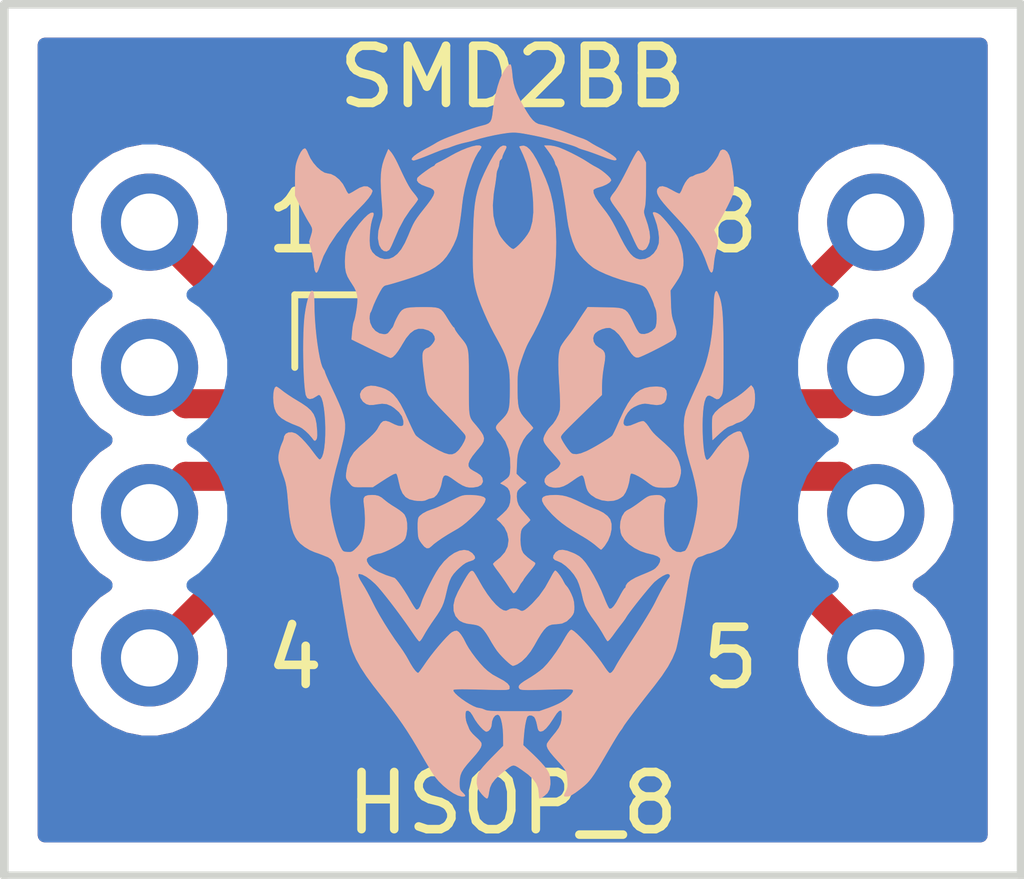
<source format=kicad_pcb>
(kicad_pcb (version 20171130) (host pcbnew 5.1.7)

  (general
    (thickness 1.6)
    (drawings 10)
    (tracks 16)
    (zones 0)
    (modules 4)
    (nets 1)
  )

  (page A4)
  (layers
    (0 F.Cu signal)
    (31 B.Cu signal)
    (32 B.Adhes user hide)
    (33 F.Adhes user hide)
    (34 B.Paste user hide)
    (35 F.Paste user hide)
    (36 B.SilkS user)
    (37 F.SilkS user)
    (38 B.Mask user)
    (39 F.Mask user)
    (40 Dwgs.User user hide)
    (41 Cmts.User user hide)
    (42 Eco1.User user hide)
    (43 Eco2.User user hide)
    (44 Edge.Cuts user)
    (45 Margin user hide)
    (46 B.CrtYd user hide)
    (47 F.CrtYd user hide)
    (48 B.Fab user hide)
    (49 F.Fab user hide)
  )

  (setup
    (last_trace_width 0.25)
    (trace_clearance 0.2)
    (zone_clearance 0.508)
    (zone_45_only no)
    (trace_min 0.2)
    (via_size 0.8)
    (via_drill 0.4)
    (via_min_size 0.4)
    (via_min_drill 0.3)
    (uvia_size 0.3)
    (uvia_drill 0.1)
    (uvias_allowed no)
    (uvia_min_size 0.2)
    (uvia_min_drill 0.1)
    (edge_width 0.05)
    (segment_width 0.2)
    (pcb_text_width 0.3)
    (pcb_text_size 1.5 1.5)
    (mod_edge_width 0.12)
    (mod_text_size 1 1)
    (mod_text_width 0.15)
    (pad_size 1.524 1.524)
    (pad_drill 0.762)
    (pad_to_mask_clearance 0)
    (aux_axis_origin -63.5 -39.37)
    (grid_origin 156.21 87.63)
    (visible_elements FEFFFF7F)
    (pcbplotparams
      (layerselection 0x010f0_ffffffff)
      (usegerberextensions false)
      (usegerberattributes true)
      (usegerberadvancedattributes true)
      (creategerberjobfile true)
      (excludeedgelayer true)
      (linewidth 0.100000)
      (plotframeref false)
      (viasonmask false)
      (mode 1)
      (useauxorigin false)
      (hpglpennumber 1)
      (hpglpenspeed 20)
      (hpglpendiameter 15.000000)
      (psnegative false)
      (psa4output false)
      (plotreference true)
      (plotvalue true)
      (plotinvisibletext false)
      (padsonsilk false)
      (subtractmaskfromsilk false)
      (outputformat 1)
      (mirror false)
      (drillshape 0)
      (scaleselection 1)
      (outputdirectory ""))
  )

  (net 0 "")

  (net_class Default "This is the default net class."
    (clearance 0.2)
    (trace_width 0.25)
    (via_dia 0.8)
    (via_drill 0.4)
    (uvia_dia 0.3)
    (uvia_drill 0.1)
  )

  (module footprint:HSOP_8_EP (layer F.Cu) (tedit 5F9AA0BB) (tstamp 5F9AD114)
    (at 0 0)
    (fp_text reference REF** (at 0.5588 -3.7926) (layer F.SilkS) hide
      (effects (font (size 1 1) (thickness 0.15)))
    )
    (fp_text value HSOP_8_EP (at 0.5588 -4.7926) (layer F.Fab) hide
      (effects (font (size 1 1) (thickness 0.15)))
    )
    (fp_line (start -3.81 -2.54) (end -3.81 -1.27) (layer F.SilkS) (width 0.12))
    (fp_line (start -3.81 -2.54) (end -2.54 -2.54) (layer F.SilkS) (width 0.12))
    (pad 1 smd roundrect (at -2.65 -1.905) (size 1.6 0.6) (layers F.Cu F.Paste F.Mask) (roundrect_rratio 0.25))
    (pad 4 smd roundrect (at -2.65 1.905) (size 1.6 0.6) (layers F.Cu F.Paste F.Mask) (roundrect_rratio 0.25))
    (pad 3 smd roundrect (at -2.65 0.635) (size 1.6 0.6) (layers F.Cu F.Paste F.Mask) (roundrect_rratio 0.25))
    (pad 2 smd roundrect (at -2.65 -0.635) (size 1.6 0.6) (layers F.Cu F.Paste F.Mask) (roundrect_rratio 0.25))
    (pad "" smd roundrect (at -0.6 0.775) (size 0.97 1.25) (layers F.Paste) (roundrect_rratio 0.25))
    (pad 9 smd rect (at 0 0) (size 2.41 3.1) (layers F.Cu F.Mask))
    (pad 8 smd roundrect (at 2.65 -1.905) (size 1.6 0.6) (layers F.Cu F.Paste F.Mask) (roundrect_rratio 0.25))
    (pad 7 smd roundrect (at 2.65 -0.635) (size 1.6 0.6) (layers F.Cu F.Paste F.Mask) (roundrect_rratio 0.25))
    (pad "" smd roundrect (at 0.6 0.775) (size 0.97 1.25) (layers F.Paste) (roundrect_rratio 0.25))
    (pad 6 smd roundrect (at 2.65 0.635) (size 1.6 0.6) (layers F.Cu F.Paste F.Mask) (roundrect_rratio 0.25))
    (pad 5 smd roundrect (at 2.65 1.905) (size 1.6 0.6) (layers F.Cu F.Paste F.Mask) (roundrect_rratio 0.25))
    (pad "" smd roundrect (at 0.6 -0.775) (size 0.97 1.25) (layers F.Paste) (roundrect_rratio 0.25))
    (pad "" smd roundrect (at -0.6 -0.775) (size 0.97 1.25) (layers F.Paste) (roundrect_rratio 0.25))
  )

  (module footprint:pin_hole-01_04-2_54 (layer F.Cu) (tedit 5F9AC4A7) (tstamp 5F9AD0E7)
    (at 6.35 0)
    (fp_text reference REF** (at -17.018 -9.914) (layer F.SilkS) hide
      (effects (font (size 1 1) (thickness 0.15)))
    )
    (fp_text value pin_hole-01_04-2_54 (at -17.018 -10.914) (layer F.Fab) hide
      (effects (font (size 1 1) (thickness 0.15)))
    )
    (pad 3 thru_hole oval (at 0 1.27) (size 1.7 1.7) (drill 1) (layers *.Cu *.Mask))
    (pad 2 thru_hole oval (at 0 -1.27) (size 1.7 1.7) (drill 1) (layers *.Cu *.Mask))
    (pad 4 thru_hole oval (at 0 3.81) (size 1.7 1.7) (drill 1) (layers *.Cu *.Mask))
    (pad 1 thru_hole oval (at 0 -3.81) (size 1.7 1.7) (drill 1) (layers *.Cu *.Mask))
  )

  (module footprint:pin_hole-01_04-2_54 (layer F.Cu) (tedit 5F9AC4A7) (tstamp 5F9AD10B)
    (at -6.35 0)
    (fp_text reference REF** (at -17.018 -9.914) (layer F.SilkS) hide
      (effects (font (size 1 1) (thickness 0.15)))
    )
    (fp_text value pin_hole-01_04-2_54 (at -17.018 -10.914) (layer F.Fab) hide
      (effects (font (size 1 1) (thickness 0.15)))
    )
    (pad 3 thru_hole oval (at 0 1.27) (size 1.7 1.7) (drill 1) (layers *.Cu *.Mask))
    (pad 2 thru_hole oval (at 0 -1.27) (size 1.7 1.7) (drill 1) (layers *.Cu *.Mask))
    (pad 4 thru_hole oval (at 0 3.81) (size 1.7 1.7) (drill 1) (layers *.Cu *.Mask))
    (pad 1 thru_hole oval (at 0 -3.81) (size 1.7 1.7) (drill 1) (layers *.Cu *.Mask))
  )

  (module footprint:logo (layer B.Cu) (tedit 0) (tstamp 5F9AD0F8)
    (at 0 0 180)
    (fp_text reference G*** (at 0 0) (layer B.SilkS) hide
      (effects (font (size 1.524 1.524) (thickness 0.3)) (justify mirror))
    )
    (fp_text value LOGO (at 0.75 0) (layer B.SilkS) hide
      (effects (font (size 1.524 1.524) (thickness 0.3)) (justify mirror))
    )
    (fp_poly (pts (xy 3.532103 2.580666) (xy 3.558142 2.520619) (xy 3.578974 2.458891) (xy 3.59835 2.383995)
      (xy 3.616996 2.289019) (xy 3.632411 2.187706) (xy 3.639258 2.127643) (xy 3.647944 2.012262)
      (xy 3.653966 1.878578) (xy 3.657429 1.732108) (xy 3.658441 1.57837) (xy 3.657108 1.422881)
      (xy 3.653536 1.271159) (xy 3.647833 1.128721) (xy 3.640105 1.001085) (xy 3.630458 0.893768)
      (xy 3.619 0.812287) (xy 3.613307 0.78562) (xy 3.589393 0.738346) (xy 3.54955 0.720377)
      (xy 3.495029 0.731832) (xy 3.432978 0.768463) (xy 3.398957 0.789903) (xy 3.377579 0.790411)
      (xy 3.362286 0.778073) (xy 3.336442 0.733632) (xy 3.314619 0.661284) (xy 3.296999 0.566771)
      (xy 3.283769 0.455836) (xy 3.27511 0.334221) (xy 3.271206 0.207667) (xy 3.272243 0.081918)
      (xy 3.278402 -0.037286) (xy 3.289868 -0.144203) (xy 3.306826 -0.233089) (xy 3.327944 -0.295089)
      (xy 3.354081 -0.335425) (xy 3.378534 -0.344626) (xy 3.379562 -0.344267) (xy 3.399781 -0.326999)
      (xy 3.433174 -0.288805) (xy 3.473772 -0.236701) (xy 3.490281 -0.21411) (xy 3.556522 -0.127155)
      (xy 3.626105 -0.045053) (xy 3.693436 0.026246) (xy 3.752918 0.080796) (xy 3.796459 0.111371)
      (xy 3.860108 0.132026) (xy 3.918971 0.128896) (xy 3.965594 0.104814) (xy 3.992519 0.062613)
      (xy 3.996267 0.035445) (xy 4.003295 0.006016) (xy 4.021032 -0.039442) (xy 4.03086 -0.060767)
      (xy 4.053864 -0.119348) (xy 4.074942 -0.191188) (xy 4.084163 -0.232836) (xy 4.090845 -0.274767)
      (xy 4.093123 -0.313277) (xy 4.089763 -0.354117) (xy 4.07953 -0.403038) (xy 4.061188 -0.465791)
      (xy 4.033503 -0.548127) (xy 3.995241 -0.655796) (xy 3.990537 -0.668866) (xy 3.968744 -0.740031)
      (xy 3.951916 -0.821592) (xy 3.938622 -0.921854) (xy 3.929307 -1.024466) (xy 3.91432 -1.194991)
      (xy 3.8979 -1.336107) (xy 3.879038 -1.452267) (xy 3.856727 -1.547926) (xy 3.829958 -1.62754)
      (xy 3.797721 -1.695561) (xy 3.765745 -1.746905) (xy 3.711452 -1.806822) (xy 3.635335 -1.866964)
      (xy 3.548508 -1.919682) (xy 3.462084 -1.957324) (xy 3.458253 -1.958583) (xy 3.398664 -1.97885)
      (xy 3.343541 -1.999205) (xy 3.3274 -2.005685) (xy 3.272135 -2.028307) (xy 3.2258 -2.046742)
      (xy 3.170055 -2.084722) (xy 3.123604 -2.146888) (xy 3.093149 -2.223658) (xy 3.089163 -2.242091)
      (xy 3.075053 -2.298083) (xy 3.056502 -2.347513) (xy 3.054188 -2.352158) (xy 3.036666 -2.403353)
      (xy 3.030936 -2.446867) (xy 3.02795 -2.477653) (xy 3.019652 -2.537557) (xy 3.006736 -2.622366)
      (xy 2.989897 -2.727866) (xy 2.969827 -2.849845) (xy 2.947221 -2.984091) (xy 2.922772 -3.126391)
      (xy 2.897174 -3.272531) (xy 2.871121 -3.4183) (xy 2.869186 -3.429) (xy 2.838102 -3.565079)
      (xy 2.793571 -3.698524) (xy 2.733307 -3.833613) (xy 2.655022 -3.974626) (xy 2.55643 -4.125839)
      (xy 2.435241 -4.291532) (xy 2.34933 -4.401435) (xy 2.220069 -4.564912) (xy 2.108765 -4.709334)
      (xy 2.011028 -4.84109) (xy 1.922468 -4.966572) (xy 1.838696 -5.092171) (xy 1.755321 -5.224279)
      (xy 1.667954 -5.369285) (xy 1.574997 -5.528733) (xy 1.52077 -5.621638) (xy 1.467789 -5.710254)
      (xy 1.420097 -5.787978) (xy 1.381735 -5.848203) (xy 1.360181 -5.879755) (xy 1.290114 -5.964061)
      (xy 1.208621 -6.043909) (xy 1.121734 -6.114906) (xy 1.035484 -6.172661) (xy 0.955902 -6.212782)
      (xy 0.88902 -6.230876) (xy 0.877208 -6.231467) (xy 0.842224 -6.228779) (xy 0.833119 -6.217658)
      (xy 0.85012 -6.193515) (xy 0.880533 -6.163733) (xy 0.907271 -6.136078) (xy 0.922514 -6.108736)
      (xy 0.929458 -6.071121) (xy 0.931296 -6.012647) (xy 0.931333 -5.995398) (xy 0.92835 -5.925375)
      (xy 0.917239 -5.864587) (xy 0.894754 -5.806684) (xy 0.857653 -5.745315) (xy 0.80269 -5.674129)
      (xy 0.726622 -5.586775) (xy 0.717324 -5.576457) (xy 0.643723 -5.492361) (xy 0.592619 -5.427041)
      (xy 0.561551 -5.376382) (xy 0.548055 -5.33627) (xy 0.54967 -5.30259) (xy 0.550897 -5.298355)
      (xy 0.568284 -5.272046) (xy 0.604337 -5.233081) (xy 0.651068 -5.190058) (xy 0.700507 -5.142537)
      (xy 0.740881 -5.094246) (xy 0.762124 -5.058366) (xy 0.784894 -5.001189) (xy 0.806319 -4.950441)
      (xy 0.820335 -4.90295) (xy 0.827913 -4.84604) (xy 0.828726 -4.790975) (xy 0.822447 -4.749016)
      (xy 0.812648 -4.732773) (xy 0.776501 -4.728229) (xy 0.737471 -4.755187) (xy 0.698022 -4.811705)
      (xy 0.688081 -4.830837) (xy 0.652622 -4.892631) (xy 0.607861 -4.956126) (xy 0.559527 -5.014729)
      (xy 0.513352 -5.061844) (xy 0.475066 -5.090879) (xy 0.456847 -5.096933) (xy 0.421898 -5.082233)
      (xy 0.391039 -5.04624) (xy 0.373637 -5.001115) (xy 0.372439 -4.987332) (xy 0.363775 -4.915772)
      (xy 0.340954 -4.856462) (xy 0.308108 -4.815476) (xy 0.269367 -4.798888) (xy 0.246699 -4.802495)
      (xy 0.221971 -4.828309) (xy 0.199945 -4.88227) (xy 0.181901 -4.958689) (xy 0.169119 -5.051876)
      (xy 0.162882 -5.156142) (xy 0.162546 -5.176329) (xy 0.160866 -5.348859) (xy 0.366491 -5.557329)
      (xy 0.447331 -5.641666) (xy 0.514698 -5.716721) (xy 0.56509 -5.778368) (xy 0.594999 -5.822483)
      (xy 0.599325 -5.831368) (xy 0.621652 -5.916399) (xy 0.623903 -6.005967) (xy 0.606081 -6.085785)
      (xy 0.599237 -6.101074) (xy 0.570529 -6.147417) (xy 0.532748 -6.195082) (xy 0.493587 -6.235725)
      (xy 0.460737 -6.261) (xy 0.447824 -6.265333) (xy 0.435087 -6.249572) (xy 0.423709 -6.206961)
      (xy 0.417439 -6.162784) (xy 0.400784 -6.079815) (xy 0.36669 -6.00481) (xy 0.311053 -5.93158)
      (xy 0.229768 -5.853933) (xy 0.191663 -5.822274) (xy 0.115611 -5.760817) (xy 0.059941 -5.718536)
      (xy 0.01794 -5.694289) (xy -0.017107 -5.686936) (xy -0.051913 -5.695336) (xy -0.093193 -5.718348)
      (xy -0.14766 -5.754832) (xy -0.159249 -5.762652) (xy -0.273797 -5.846637) (xy -0.358437 -5.925785)
      (xy -0.415979 -6.004012) (xy -0.449231 -6.085232) (xy -0.461004 -6.173359) (xy -0.461108 -6.183292)
      (xy -0.463421 -6.230731) (xy -0.469315 -6.260358) (xy -0.473583 -6.265333) (xy -0.494367 -6.256697)
      (xy -0.530937 -6.235157) (xy -0.543596 -6.226896) (xy -0.604962 -6.17258) (xy -0.641668 -6.105224)
      (xy -0.656156 -6.018886) (xy -0.655194 -5.955403) (xy -0.648 -5.885166) (xy -0.633444 -5.832331)
      (xy -0.60594 -5.780478) (xy -0.584943 -5.748853) (xy -0.548173 -5.702015) (xy -0.493336 -5.640274)
      (xy -0.427574 -5.571343) (xy -0.358028 -5.502935) (xy -0.351537 -5.496793) (xy -0.181047 -5.336086)
      (xy -0.191759 -5.185176) (xy -0.201642 -5.079035) (xy -0.21497 -4.983624) (xy -0.230561 -4.905282)
      (xy -0.247229 -4.850348) (xy -0.258051 -4.830233) (xy -0.292594 -4.811069) (xy -0.337183 -4.814765)
      (xy -0.378205 -4.839949) (xy -0.380675 -4.842574) (xy -0.399745 -4.876821) (xy -0.418338 -4.931547)
      (xy -0.429941 -4.982274) (xy -0.442065 -5.041262) (xy -0.454613 -5.074474) (xy -0.471718 -5.089797)
      (xy -0.488556 -5.094093) (xy -0.529547 -5.083302) (xy -0.580464 -5.041498) (xy -0.640312 -4.969728)
      (xy -0.708102 -4.86904) (xy -0.719744 -4.850111) (xy -0.768286 -4.778027) (xy -0.807188 -4.737099)
      (xy -0.827319 -4.727455) (xy -0.848365 -4.727397) (xy -0.859183 -4.740535) (xy -0.863094 -4.774644)
      (xy -0.863506 -4.812122) (xy -0.858803 -4.896532) (xy -0.842168 -4.96788) (xy -0.809512 -5.035957)
      (xy -0.756746 -5.110553) (xy -0.720477 -5.154611) (xy -0.672803 -5.21278) (xy -0.633446 -5.264659)
      (xy -0.607892 -5.302816) (xy -0.601606 -5.315577) (xy -0.600159 -5.352006) (xy -0.617991 -5.397973)
      (xy -0.657143 -5.456853) (xy -0.719654 -5.532024) (xy -0.757818 -5.574086) (xy -0.829919 -5.653039)
      (xy -0.881926 -5.714095) (xy -0.91735 -5.763643) (xy -0.9397 -5.808069) (xy -0.952487 -5.853763)
      (xy -0.959221 -5.907113) (xy -0.961809 -5.945313) (xy -0.964361 -6.018976) (xy -0.960661 -6.07093)
      (xy -0.949041 -6.113021) (xy -0.933463 -6.146517) (xy -0.908976 -6.194674) (xy -0.900782 -6.219988)
      (xy -0.909791 -6.229791) (xy -0.936918 -6.231414) (xy -0.944033 -6.231403) (xy -0.984223 -6.22494)
      (xy -1.032557 -6.20384) (xy -1.093724 -6.165389) (xy -1.172414 -6.106871) (xy -1.209027 -6.077892)
      (xy -1.255817 -6.038895) (xy -1.297738 -5.999681) (xy -1.337656 -5.956283) (xy -1.378433 -5.904733)
      (xy -1.422935 -5.841063) (xy -1.474026 -5.761308) (xy -1.534569 -5.661498) (xy -1.607428 -5.537668)
      (xy -1.642164 -5.477933) (xy -1.701244 -5.37685) (xy -1.75627 -5.284099) (xy -1.804495 -5.204202)
      (xy -1.843172 -5.141678) (xy -1.869553 -5.10105) (xy -1.878857 -5.088467) (xy -1.910882 -5.045803)
      (xy -1.93081 -5.012267) (xy -1.9509 -4.98037) (xy -1.990455 -4.924539) (xy -2.047651 -4.847175)
      (xy -2.12066 -4.750681) (xy -2.207658 -4.637458) (xy -2.306817 -4.509909) (xy -2.416313 -4.370437)
      (xy -2.477835 -4.2926) (xy -2.607723 -4.120024) (xy -2.711191 -3.963079) (xy -2.790069 -3.818718)
      (xy -2.846189 -3.683895) (xy -2.84938 -3.674533) (xy -2.861563 -3.630182) (xy -2.878265 -3.557769)
      (xy -2.898463 -3.462643) (xy -2.921135 -3.350153) (xy -2.945259 -3.225647) (xy -2.969812 -3.094473)
      (xy -2.993771 -2.961982) (xy -3.016115 -2.83352) (xy -3.03582 -2.714437) (xy -3.048457 -2.633133)
      (xy -3.076266 -2.463849) (xy -3.104532 -2.326265) (xy -3.134043 -2.218216) (xy -3.16559 -2.137537)
      (xy -3.199959 -2.082064) (xy -3.23794 -2.049631) (xy -3.264515 -2.039963) (xy -3.314509 -2.024859)
      (xy -3.358406 -2.005928) (xy -3.400033 -1.988315) (xy -3.431301 -1.9812) (xy -3.461884 -1.974092)
      (xy -3.514172 -1.955021) (xy -3.579675 -1.927361) (xy -3.649906 -1.894491) (xy -3.652491 -1.893216)
      (xy -3.701253 -1.857168) (xy -3.756075 -1.797931) (xy -3.81101 -1.723981) (xy -3.860109 -1.643795)
      (xy -3.897425 -1.565849) (xy -3.911633 -1.523878) (xy -3.918117 -1.489079) (xy -3.926874 -1.426641)
      (xy -3.937166 -1.342657) (xy -3.948255 -1.243222) (xy -3.959403 -1.134427) (xy -3.961902 -1.108673)
      (xy -3.974104 -0.985464) (xy -3.984912 -0.888923) (xy -3.995642 -0.811958) (xy -4.007607 -0.74748)
      (xy -4.02212 -0.688397) (xy -4.040497 -0.627619) (xy -4.06379 -0.5588) (xy -4.100235 -0.446897)
      (xy -4.122169 -0.357307) (xy -4.129851 -0.281864) (xy -4.123544 -0.212407) (xy -4.103507 -0.140772)
      (xy -4.079109 -0.079505) (xy -4.051263 -0.012684) (xy -4.027088 0.049484) (xy -4.01144 0.094463)
      (xy -4.010579 0.097367) (xy -3.994472 0.134249) (xy -3.969543 0.149657) (xy -3.92931 0.14458)
      (xy -3.867292 0.120008) (xy -3.866044 0.119442) (xy -3.777482 0.065067) (xy -3.684134 -0.018577)
      (xy -3.589672 -0.127969) (xy -3.545187 -0.188341) (xy -3.490635 -0.264126) (xy -3.450629 -0.314433)
      (xy -3.42193 -0.342601) (xy -3.401297 -0.351972) (xy -3.389491 -0.348879) (xy -3.370717 -0.320531)
      (xy -3.354412 -0.263638) (xy -3.340768 -0.183444) (xy -3.329974 -0.085194) (xy -3.322221 0.025866)
      (xy -3.317701 0.144493) (xy -3.316603 0.265441) (xy -3.319118 0.383466) (xy -3.325437 0.493324)
      (xy -3.335749 0.589769) (xy -3.350246 0.667556) (xy -3.352278 0.675396) (xy -3.37666 0.742727)
      (xy -3.407103 0.777678) (xy -3.4474 0.781662) (xy -3.501346 0.756089) (xy -3.525144 0.739696)
      (xy -3.570649 0.717309) (xy -3.607978 0.72522) (xy -3.640804 0.764902) (xy -3.654131 0.791395)
      (xy -3.661669 0.811116) (xy -3.667786 0.835967) (xy -3.672624 0.869434) (xy -3.676327 0.915001)
      (xy -3.679039 0.976154) (xy -3.680901 1.056377) (xy -3.682058 1.159155) (xy -3.682652 1.287973)
      (xy -3.682826 1.446316) (xy -3.682821 1.490133) (xy -3.682174 1.694156) (xy -3.680197 1.867704)
      (xy -3.676656 2.014151) (xy -3.671314 2.136874) (xy -3.663935 2.239246) (xy -3.654283 2.324641)
      (xy -3.642121 2.396434) (xy -3.627215 2.458001) (xy -3.611734 2.506134) (xy -3.59273 2.554512)
      (xy -3.576144 2.589526) (xy -3.570764 2.597791) (xy -3.555681 2.599404) (xy -3.542115 2.572281)
      (xy -3.531228 2.521553) (xy -3.524177 2.452348) (xy -3.522065 2.382264) (xy -3.517572 2.205336)
      (xy -3.50502 2.020201) (xy -3.485544 1.837962) (xy -3.460281 1.66972) (xy -3.437571 1.556573)
      (xy -3.414337 1.459427) (xy -3.391424 1.374114) (xy -3.36632 1.293761) (xy -3.336512 1.211498)
      (xy -3.299488 1.120452) (xy -3.252736 1.013751) (xy -3.193742 0.884525) (xy -3.184763 0.865108)
      (xy -3.14145 0.769758) (xy -3.100654 0.676693) (xy -3.065727 0.5938) (xy -3.040025 0.528968)
      (xy -3.030577 0.502478) (xy -3.006404 0.391715) (xy -2.997061 0.257123) (xy -3.002055 0.105074)
      (xy -3.020894 -0.058061) (xy -3.053083 -0.22591) (xy -3.098129 -0.3921) (xy -3.100372 -0.399192)
      (xy -3.149907 -0.567005) (xy -3.189629 -0.726928) (xy -3.218298 -0.872877) (xy -3.234674 -0.99877)
      (xy -3.238151 -1.075266) (xy -3.233234 -1.168918) (xy -3.220368 -1.275618) (xy -3.200971 -1.38992)
      (xy -3.176462 -1.506375) (xy -3.148261 -1.619536) (xy -3.117787 -1.723956) (xy -3.08646 -1.814188)
      (xy -3.055699 -1.884783) (xy -3.026923 -1.930295) (xy -3.012098 -1.94285) (xy -2.936064 -1.966121)
      (xy -2.863254 -1.957876) (xy -2.796508 -1.920467) (xy -2.738665 -1.856241) (xy -2.692564 -1.767549)
      (xy -2.661047 -1.65674) (xy -2.660075 -1.651586) (xy -2.651311 -1.585139) (xy -2.645417 -1.501532)
      (xy -2.642364 -1.408696) (xy -2.642122 -1.314558) (xy -2.644662 -1.227048) (xy -2.649954 -1.154096)
      (xy -2.657968 -1.103631) (xy -2.662158 -1.091007) (xy -2.672965 -1.058908) (xy -2.665382 -1.03474)
      (xy -2.634948 -1.0048) (xy -2.633744 -1.003763) (xy -2.60164 -0.980062) (xy -2.568532 -0.968522)
      (xy -2.522003 -0.966258) (xy -2.480862 -0.968255) (xy -2.432065 -0.972655) (xy -2.392903 -0.981346)
      (xy -2.354684 -0.998355) (xy -2.308721 -1.027709) (xy -2.246324 -1.073438) (xy -2.23411 -1.082637)
      (xy -2.16895 -1.130184) (xy -2.10824 -1.171642) (xy -2.060365 -1.201426) (xy -2.040123 -1.21187)
      (xy -1.994176 -1.237275) (xy -1.960336 -1.264988) (xy -1.915064 -1.3375) (xy -1.888165 -1.428433)
      (xy -1.88096 -1.526947) (xy -1.894772 -1.6222) (xy -1.911192 -1.667933) (xy -1.960807 -1.743471)
      (xy -2.036478 -1.817107) (xy -2.130562 -1.883591) (xy -2.235416 -1.937671) (xy -2.343395 -1.974097)
      (xy -2.363305 -1.978522) (xy -2.464987 -2.003091) (xy -2.534844 -2.029531) (xy -2.574905 -2.058809)
      (xy -2.586916 -2.08534) (xy -2.57843 -2.136641) (xy -2.547278 -2.19356) (xy -2.500425 -2.245315)
      (xy -2.468188 -2.269093) (xy -2.428159 -2.289928) (xy -2.366615 -2.317925) (xy -2.293813 -2.348525)
      (xy -2.254742 -2.364016) (xy -2.151132 -2.409364) (xy -2.069203 -2.455961) (xy -2.012326 -2.501408)
      (xy -1.98387 -2.543308) (xy -1.9812 -2.558687) (xy -1.97411 -2.585242) (xy -1.965064 -2.5908)
      (xy -1.950959 -2.604911) (xy -1.925932 -2.642927) (xy -1.894026 -2.698372) (xy -1.871562 -2.740595)
      (xy -1.816361 -2.840473) (xy -1.769966 -2.908841) (xy -1.731532 -2.946646) (xy -1.70021 -2.95484)
      (xy -1.686758 -2.947969) (xy -1.670651 -2.92421) (xy -1.646771 -2.876371) (xy -1.618807 -2.812239)
      (xy -1.599398 -2.763451) (xy -1.545145 -2.633242) (xy -1.481438 -2.499057) (xy -1.412865 -2.369451)
      (xy -1.344012 -2.252983) (xy -1.279466 -2.158208) (xy -1.264813 -2.139249) (xy -1.211073 -2.077241)
      (xy -1.159859 -2.033631) (xy -1.096976 -1.997367) (xy -1.060663 -1.980308) (xy -0.955902 -1.939971)
      (xy -0.872247 -1.923724) (xy -0.807092 -1.931475) (xy -0.757833 -1.963132) (xy -0.752076 -1.969444)
      (xy -0.716389 -2.022646) (xy -0.712166 -2.063896) (xy -0.739736 -2.094569) (xy -0.786435 -2.112831)
      (xy -0.855629 -2.143988) (xy -0.93168 -2.198917) (xy -1.007294 -2.270624) (xy -1.075174 -2.352113)
      (xy -1.128026 -2.43639) (xy -1.131874 -2.44403) (xy -1.162613 -2.517652) (xy -1.191432 -2.605452)
      (xy -1.211495 -2.685762) (xy -1.237999 -2.800248) (xy -1.270626 -2.896229) (xy -1.314767 -2.985656)
      (xy -1.375811 -3.080478) (xy -1.412208 -3.130756) (xy -1.466216 -3.206569) (xy -1.52032 -3.287675)
      (xy -1.566104 -3.361258) (xy -1.583036 -3.390841) (xy -1.614688 -3.446538) (xy -1.641443 -3.489803)
      (xy -1.658291 -3.512611) (xy -1.6599 -3.513934) (xy -1.67545 -3.505193) (xy -1.704386 -3.474199)
      (xy -1.74136 -3.42691) (xy -1.754825 -3.40816) (xy -1.802696 -3.341639) (xy -1.852839 -3.274427)
      (xy -1.894928 -3.220349) (xy -1.89737 -3.217333) (xy -1.935641 -3.167843) (xy -1.96732 -3.122681)
      (xy -1.980069 -3.101633) (xy -2.003945 -3.063874) (xy -2.045527 -3.005873) (xy -2.100453 -2.933072)
      (xy -2.164359 -2.850919) (xy -2.232882 -2.764856) (xy -2.301657 -2.68033) (xy -2.366322 -2.602784)
      (xy -2.422512 -2.537664) (xy -2.465866 -2.490414) (xy -2.484016 -2.472805) (xy -2.553026 -2.417791)
      (xy -2.621007 -2.373747) (xy -2.680032 -2.34529) (xy -2.717657 -2.3368) (xy -2.74603 -2.349665)
      (xy -2.755571 -2.37832) (xy -2.74175 -2.407855) (xy -2.739779 -2.40958) (xy -2.715495 -2.438784)
      (xy -2.679668 -2.494134) (xy -2.634918 -2.571016) (xy -2.583867 -2.664815) (xy -2.529135 -2.770916)
      (xy -2.492455 -2.845058) (xy -2.459756 -2.907011) (xy -2.411548 -2.991269) (xy -2.351311 -3.092097)
      (xy -2.28253 -3.203759) (xy -2.208686 -3.320522) (xy -2.133262 -3.436649) (xy -2.132553 -3.437725)
      (xy -2.060449 -3.547801) (xy -1.992479 -3.652855) (xy -1.931483 -3.748399) (xy -1.880301 -3.829941)
      (xy -1.841773 -3.892993) (xy -1.81874 -3.933064) (xy -1.816704 -3.937) (xy -1.773503 -4.014656)
      (xy -1.736895 -4.06172) (xy -1.70507 -4.080406) (xy -1.699065 -4.080933) (xy -1.679764 -4.067553)
      (xy -1.648939 -4.03204) (xy -1.612436 -3.981335) (xy -1.602809 -3.966633) (xy -1.546655 -3.88422)
      (xy -1.480609 -3.79549) (xy -1.408178 -3.704334) (xy -1.332868 -3.614647) (xy -1.258184 -3.530321)
      (xy -1.187633 -3.455251) (xy -1.12472 -3.393329) (xy -1.072952 -3.348449) (xy -1.035834 -3.324505)
      (xy -1.022124 -3.321793) (xy -0.999602 -3.339233) (xy -0.966955 -3.381506) (xy -0.928477 -3.442803)
      (xy -0.914888 -3.466839) (xy -0.844448 -3.586676) (xy -0.766331 -3.706016) (xy -0.685841 -3.817561)
      (xy -0.608281 -3.914012) (xy -0.538953 -3.988073) (xy -0.530206 -3.99624) (xy -0.474531 -4.041968)
      (xy -0.400955 -4.095379) (xy -0.32137 -4.148055) (xy -0.280669 -4.172886) (xy -0.198928 -4.223159)
      (xy -0.144993 -4.262402) (xy -0.115947 -4.293836) (xy -0.108872 -4.32068) (xy -0.120852 -4.346157)
      (xy -0.122212 -4.347832) (xy -0.132318 -4.355491) (xy -0.150775 -4.361169) (xy -0.181409 -4.364974)
      (xy -0.228051 -4.367013) (xy -0.29453 -4.367394) (xy -0.384673 -4.366225) (xy -0.50231 -4.363613)
      (xy -0.596608 -4.361159) (xy -0.732921 -4.357638) (xy -0.839205 -4.355387) (xy -0.919277 -4.354537)
      (xy -0.976956 -4.355217) (xy -1.016061 -4.357559) (xy -1.040408 -4.361693) (xy -1.053818 -4.367749)
      (xy -1.060107 -4.375857) (xy -1.060574 -4.377) (xy -1.055536 -4.407606) (xy -1.026004 -4.449931)
      (xy -0.976893 -4.498897) (xy -0.913116 -4.549426) (xy -0.859507 -4.584756) (xy -0.801498 -4.615538)
      (xy -0.72492 -4.650317) (xy -0.643522 -4.682975) (xy -0.618067 -4.692202) (xy -0.465667 -4.745699)
      (xy -0.015292 -4.74605) (xy 0.123937 -4.745899) (xy 0.233486 -4.745053) (xy 0.317538 -4.743284)
      (xy 0.380277 -4.740364) (xy 0.425886 -4.736065) (xy 0.458548 -4.730159) (xy 0.482447 -4.722418)
      (xy 0.491076 -4.718466) (xy 0.539225 -4.699466) (xy 0.581478 -4.690616) (xy 0.584526 -4.690533)
      (xy 0.630099 -4.681424) (xy 0.689747 -4.656671) (xy 0.758001 -4.620136) (xy 0.829389 -4.575678)
      (xy 0.89844 -4.52716) (xy 0.959683 -4.478442) (xy 1.007646 -4.433385) (xy 1.036858 -4.39585)
      (xy 1.041848 -4.369698) (xy 1.041107 -4.368327) (xy 1.02965 -4.362143) (xy 1.00202 -4.35775)
      (xy 0.955171 -4.355095) (xy 0.886059 -4.354127) (xy 0.791639 -4.354793) (xy 0.668867 -4.357042)
      (xy 0.54815 -4.359948) (xy 0.407194 -4.363431) (xy 0.296399 -4.365692) (xy 0.212079 -4.366619)
      (xy 0.150549 -4.3661) (xy 0.10812 -4.364022) (xy 0.081107 -4.360274) (xy 0.065823 -4.354743)
      (xy 0.058582 -4.347318) (xy 0.057551 -4.345036) (xy 0.058532 -4.305162) (xy 0.09115 -4.261455)
      (xy 0.156006 -4.213345) (xy 0.249549 -4.162295) (xy 0.353842 -4.104817) (xy 0.440801 -4.041)
      (xy 0.508 -3.978405) (xy 0.575442 -3.904887) (xy 0.646243 -3.818445) (xy 0.714005 -3.727744)
      (xy 0.772334 -3.641447) (xy 0.814832 -3.568219) (xy 0.822535 -3.552313) (xy 0.863905 -3.471254)
      (xy 0.906164 -3.40497) (xy 0.945217 -3.359083) (xy 0.976969 -3.339212) (xy 0.977919 -3.339053)
      (xy 1.017314 -3.344311) (xy 1.060097 -3.36398) (xy 1.099251 -3.396381) (xy 1.153682 -3.450694)
      (xy 1.218718 -3.521463) (xy 1.289686 -3.603233) (xy 1.361911 -3.69055) (xy 1.430721 -3.777958)
      (xy 1.491442 -3.860003) (xy 1.518319 -3.898812) (xy 1.563551 -3.964848) (xy 1.603177 -4.020382)
      (xy 1.632786 -4.059378) (xy 1.647594 -4.075594) (xy 1.670246 -4.07085) (xy 1.703711 -4.039301)
      (xy 1.74481 -3.984984) (xy 1.790368 -3.911937) (xy 1.822261 -3.853649) (xy 1.863982 -3.780127)
      (xy 1.916514 -3.696811) (xy 1.969372 -3.620236) (xy 1.975881 -3.611424) (xy 2.063128 -3.489469)
      (xy 2.154647 -3.35274) (xy 2.245168 -3.209753) (xy 2.329421 -3.069021) (xy 2.402139 -2.93906)
      (xy 2.450261 -2.844845) (xy 2.494151 -2.756841) (xy 2.54157 -2.667252) (xy 2.586358 -2.587448)
      (xy 2.617778 -2.535764) (xy 2.669004 -2.451528) (xy 2.697951 -2.391233) (xy 2.705016 -2.353664)
      (xy 2.690593 -2.337607) (xy 2.682648 -2.3368) (xy 2.627186 -2.349828) (xy 2.557339 -2.386512)
      (xy 2.478821 -2.443253) (xy 2.397349 -2.516451) (xy 2.397216 -2.516582) (xy 2.348721 -2.568897)
      (xy 2.284863 -2.644216) (xy 2.209421 -2.737602) (xy 2.126171 -2.84412) (xy 2.038891 -2.958832)
      (xy 1.951358 -3.076802) (xy 1.867349 -3.193095) (xy 1.790642 -3.302774) (xy 1.7526 -3.358991)
      (xy 1.709472 -3.421737) (xy 1.671758 -3.473097) (xy 1.644108 -3.506943) (xy 1.632475 -3.517258)
      (xy 1.616123 -3.506365) (xy 1.590416 -3.472121) (xy 1.560669 -3.421701) (xy 1.558088 -3.41683)
      (xy 1.524212 -3.357526) (xy 1.477278 -3.282178) (xy 1.424389 -3.201958) (xy 1.388134 -3.1496)
      (xy 1.322628 -3.05527) (xy 1.273914 -2.97863) (xy 1.237848 -2.910749) (xy 1.210285 -2.842698)
      (xy 1.187079 -2.765549) (xy 1.164086 -2.670371) (xy 1.162587 -2.663735) (xy 1.135553 -2.552883)
      (xy 1.10849 -2.46739) (xy 1.077116 -2.399018) (xy 1.037149 -2.339527) (xy 0.984307 -2.280679)
      (xy 0.942487 -2.240235) (xy 0.87597 -2.182053) (xy 0.8208 -2.144467) (xy 0.767444 -2.121403)
      (xy 0.746517 -2.115402) (xy 0.687753 -2.094172) (xy 0.661888 -2.067198) (xy 0.668121 -2.031523)
      (xy 0.705654 -1.984189) (xy 0.709897 -1.979897) (xy 0.772967 -1.938664) (xy 0.84773 -1.925978)
      (xy 0.930823 -1.940048) (xy 1.018883 -1.979085) (xy 1.10855 -2.041298) (xy 1.196461 -2.124898)
      (xy 1.279253 -2.228094) (xy 1.332574 -2.3114) (xy 1.387117 -2.408592) (xy 1.441431 -2.511276)
      (xy 1.492219 -2.612655) (xy 1.536183 -2.70593) (xy 1.570023 -2.784301) (xy 1.590443 -2.840971)
      (xy 1.591721 -2.845563) (xy 1.616155 -2.913441) (xy 1.645396 -2.956546) (xy 1.67646 -2.97098)
      (xy 1.686179 -2.968953) (xy 1.70377 -2.951072) (xy 1.732632 -2.909947) (xy 1.768281 -2.852316)
      (xy 1.795295 -2.804995) (xy 1.842654 -2.723232) (xy 1.894046 -2.641094) (xy 1.945611 -2.564064)
      (xy 1.993485 -2.497628) (xy 2.033808 -2.44727) (xy 2.062717 -2.418475) (xy 2.070523 -2.414131)
      (xy 2.216809 -2.366132) (xy 2.340157 -2.313118) (xy 2.437372 -2.256777) (xy 2.505259 -2.198796)
      (xy 2.524184 -2.174473) (xy 2.5533 -2.119649) (xy 2.555172 -2.079024) (xy 2.52768 -2.047102)
      (xy 2.468704 -2.018382) (xy 2.463165 -2.016283) (xy 2.405195 -1.996978) (xy 2.354714 -1.984236)
      (xy 2.331036 -1.9812) (xy 2.294733 -1.973045) (xy 2.23766 -1.951216) (xy 2.167967 -1.919663)
      (xy 2.093802 -1.882339) (xy 2.023313 -1.843195) (xy 1.96465 -1.806182) (xy 1.952987 -1.797873)
      (xy 1.908158 -1.759867) (xy 1.881645 -1.719934) (xy 1.863928 -1.663053) (xy 1.861891 -1.65415)
      (xy 1.847981 -1.554296) (xy 1.849365 -1.456622) (xy 1.865133 -1.370899) (xy 1.894218 -1.307118)
      (xy 1.927479 -1.272581) (xy 1.980271 -1.230614) (xy 2.042092 -1.189437) (xy 2.052197 -1.183427)
      (xy 2.118587 -1.142212) (xy 2.181987 -1.098753) (xy 2.229671 -1.061816) (xy 2.233167 -1.058745)
      (xy 2.293704 -1.009202) (xy 2.345568 -0.980624) (xy 2.401503 -0.967744) (xy 2.45945 -0.9652)
      (xy 2.533633 -0.96999) (xy 2.579373 -0.986826) (xy 2.601047 -1.019402) (xy 2.603033 -1.071415)
      (xy 2.601379 -1.085013) (xy 2.584752 -1.237526) (xy 2.578473 -1.378749) (xy 2.582767 -1.500324)
      (xy 2.588721 -1.549688) (xy 2.606189 -1.649605) (xy 2.624336 -1.72389) (xy 2.64651 -1.780671)
      (xy 2.676058 -1.828077) (xy 2.716329 -1.874238) (xy 2.726746 -1.884819) (xy 2.771739 -1.928192)
      (xy 2.804499 -1.952053) (xy 2.836021 -1.961534) (xy 2.8773 -1.961771) (xy 2.889934 -1.961019)
      (xy 2.93565 -1.956765) (xy 2.964518 -1.9463) (xy 2.986326 -1.922095) (xy 3.010864 -1.876618)
      (xy 3.01777 -1.862667) (xy 3.049162 -1.786889) (xy 3.082195 -1.686238) (xy 3.114623 -1.569482)
      (xy 3.144198 -1.445392) (xy 3.168673 -1.322737) (xy 3.185802 -1.210284) (xy 3.186565 -1.203907)
      (xy 3.194383 -1.129513) (xy 3.197537 -1.068957) (xy 3.195469 -1.011402) (xy 3.187623 -0.946006)
      (xy 3.173441 -0.861932) (xy 3.167232 -0.828006) (xy 3.147778 -0.729803) (xy 3.125244 -0.626963)
      (xy 3.102722 -0.533111) (xy 3.086928 -0.474133) (xy 3.067162 -0.402724) (xy 3.042545 -0.309529)
      (xy 3.015973 -0.205732) (xy 2.990345 -0.102514) (xy 2.986009 -0.084666) (xy 2.961216 0.022353)
      (xy 2.943628 0.114603) (xy 2.934159 0.197105) (xy 2.933722 0.274879) (xy 2.943232 0.352946)
      (xy 2.963603 0.436327) (xy 2.995748 0.530043) (xy 3.040583 0.639116) (xy 3.09902 0.768566)
      (xy 3.167999 0.915056) (xy 3.207735 1.000016) (xy 3.241692 1.075284) (xy 3.267379 1.135125)
      (xy 3.282307 1.173804) (xy 3.285067 1.184656) (xy 3.295675 1.215534) (xy 3.309919 1.235528)
      (xy 3.332465 1.276185) (xy 3.355325 1.346084) (xy 3.377848 1.440613) (xy 3.399383 1.555162)
      (xy 3.419279 1.685119) (xy 3.436884 1.825872) (xy 3.451548 1.972811) (xy 3.462619 2.121325)
      (xy 3.469446 2.266802) (xy 3.471418 2.379133) (xy 3.474111 2.486211) (xy 3.481579 2.559943)
      (xy 3.493769 2.600289) (xy 3.510628 2.607209) (xy 3.532103 2.580666)) (layer B.SilkS) (width 0.01))
    (fp_poly (pts (xy -0.730399 -2.300115) (xy -0.705817 -2.337628) (xy -0.676035 -2.391292) (xy -0.667121 -2.408767)
      (xy -0.570802 -2.581602) (xy -0.466217 -2.729191) (xy -0.347205 -2.860085) (xy -0.330504 -2.876177)
      (xy -0.264346 -2.936677) (xy -0.215275 -2.974359) (xy -0.177767 -2.991614) (xy -0.146298 -2.990838)
      (xy -0.115344 -2.974423) (xy -0.111064 -2.971261) (xy -0.06559 -2.952259) (xy -0.008385 -2.947353)
      (xy 0.045291 -2.956359) (xy 0.075491 -2.97351) (xy 0.114462 -2.990678) (xy 0.165666 -2.979562)
      (xy 0.226749 -2.942443) (xy 0.295359 -2.881601) (xy 0.369144 -2.799317) (xy 0.44575 -2.697872)
      (xy 0.522825 -2.579547) (xy 0.575079 -2.4892) (xy 0.613659 -2.420762) (xy 0.648466 -2.361895)
      (xy 0.67505 -2.319968) (xy 0.686919 -2.304065) (xy 0.703303 -2.292057) (xy 0.721139 -2.291994)
      (xy 0.742479 -2.306592) (xy 0.769373 -2.338571) (xy 0.803871 -2.390647) (xy 0.848025 -2.465537)
      (xy 0.903886 -2.565961) (xy 0.953281 -2.657042) (xy 1.005952 -2.777489) (xy 1.030495 -2.889151)
      (xy 1.027109 -2.989396) (xy 0.995988 -3.075593) (xy 0.93733 -3.145109) (xy 0.915672 -3.161448)
      (xy 0.863609 -3.187134) (xy 0.800395 -3.205691) (xy 0.781926 -3.20876) (xy 0.698002 -3.220185)
      (xy 0.63966 -3.230898) (xy 0.598772 -3.243454) (xy 0.567211 -3.260409) (xy 0.53685 -3.28432)
      (xy 0.534134 -3.286694) (xy 0.498656 -3.325782) (xy 0.4561 -3.38421) (xy 0.414348 -3.450937)
      (xy 0.404811 -3.467892) (xy 0.362658 -3.541134) (xy 0.316753 -3.615231) (xy 0.276011 -3.675873)
      (xy 0.270469 -3.683505) (xy 0.229424 -3.734083) (xy 0.178537 -3.789536) (xy 0.123918 -3.844077)
      (xy 0.071675 -3.891917) (xy 0.027916 -3.92727) (xy -0.00125 -3.944346) (xy -0.005598 -3.945081)
      (xy -0.03293 -3.937796) (xy -0.074607 -3.920368) (xy -0.082507 -3.916561) (xy -0.157965 -3.865906)
      (xy -0.2364 -3.789287) (xy -0.311765 -3.693382) (xy -0.370754 -3.598316) (xy -0.437899 -3.479006)
      (xy -0.494285 -3.387022) (xy -0.543386 -3.31896) (xy -0.588675 -3.271415) (xy -0.633627 -3.240984)
      (xy -0.681714 -3.224261) (xy -0.736411 -3.217842) (xy -0.759441 -3.217396) (xy -0.860936 -3.205149)
      (xy -0.944373 -3.166498) (xy -1.016268 -3.09834) (xy -1.020402 -3.093187) (xy -1.050829 -3.051116)
      (xy -1.067203 -3.013896) (xy -1.073609 -2.967884) (xy -1.07428 -2.913163) (xy -1.06882 -2.833567)
      (xy -1.051077 -2.762361) (xy -1.022103 -2.6924) (xy -0.992442 -2.633899) (xy -0.963645 -2.585817)
      (xy -0.941886 -2.558453) (xy -0.941678 -2.558281) (xy -0.914241 -2.525666) (xy -0.890043 -2.482081)
      (xy -0.86634 -2.436469) (xy -0.833917 -2.385645) (xy -0.799 -2.338036) (xy -0.767813 -2.302066)
      (xy -0.746582 -2.286163) (xy -0.745174 -2.286) (xy -0.730399 -2.300115)) (layer B.SilkS) (width 0.01))
    (fp_poly (pts (xy 0.214175 5.121945) (xy 0.264115 5.071844) (xy 0.320117 4.99305) (xy 0.383428 4.884129)
      (xy 0.431284 4.792134) (xy 0.490964 4.669898) (xy 0.540398 4.559086) (xy 0.580609 4.454582)
      (xy 0.612619 4.351275) (xy 0.637451 4.24405) (xy 0.656127 4.127794) (xy 0.669669 3.997393)
      (xy 0.6791 3.847733) (xy 0.685442 3.673702) (xy 0.689177 3.502224) (xy 0.691764 3.324689)
      (xy 0.692527 3.176158) (xy 0.691098 3.051803) (xy 0.687112 2.946795) (xy 0.680201 2.856302)
      (xy 0.669999 2.775496) (xy 0.656139 2.699547) (xy 0.638254 2.623624) (xy 0.616457 2.544552)
      (xy 0.587097 2.456001) (xy 0.54514 2.346579) (xy 0.494398 2.225042) (xy 0.43868 2.100146)
      (xy 0.381799 1.980647) (xy 0.327565 1.875301) (xy 0.315981 1.8542) (xy 0.252155 1.738681)
      (xy 0.20283 1.646651) (xy 0.165414 1.572362) (xy 0.137313 1.510068) (xy 0.115936 1.454019)
      (xy 0.09869 1.398471) (xy 0.082996 1.337733) (xy 0.067738 1.26943) (xy 0.057 1.205716)
      (xy 0.05006 1.138169) (xy 0.0462 1.058368) (xy 0.044697 0.957889) (xy 0.044618 0.889)
      (xy 0.045639 0.760811) (xy 0.049238 0.660686) (xy 0.057022 0.582837) (xy 0.070604 0.521475)
      (xy 0.091591 0.470812) (xy 0.121593 0.425059) (xy 0.16222 0.378428) (xy 0.196225 0.343772)
      (xy 0.250913 0.287824) (xy 0.281846 0.246925) (xy 0.28942 0.212386) (xy 0.274035 0.175517)
      (xy 0.236086 0.127628) (xy 0.207577 0.095497) (xy 0.12547 -0.021659) (xy 0.069735 -0.159992)
      (xy 0.040406 -0.31939) (xy 0.036489 -0.477588) (xy 0.039988 -0.55234) (xy 0.047065 -0.603065)
      (xy 0.062982 -0.639557) (xy 0.093002 -0.671614) (xy 0.142386 -0.709033) (xy 0.172113 -0.730079)
      (xy 0.210818 -0.757425) (xy 0.141145 -0.79297) (xy 0.083825 -0.834646) (xy 0.04939 -0.892426)
      (xy 0.03488 -0.972183) (xy 0.033961 -1.005827) (xy 0.040125 -1.091604) (xy 0.061684 -1.160909)
      (xy 0.103633 -1.224095) (xy 0.17097 -1.291519) (xy 0.172438 -1.292829) (xy 0.276022 -1.385099)
      (xy 0.211528 -1.441726) (xy 0.140345 -1.525084) (xy 0.091029 -1.626465) (xy 0.068686 -1.734638)
      (xy 0.067899 -1.757508) (xy 0.083603 -1.864394) (xy 0.131435 -1.963267) (xy 0.211861 -2.054907)
      (xy 0.275166 -2.106174) (xy 0.313004 -2.136769) (xy 0.335728 -2.161194) (xy 0.338666 -2.168073)
      (xy 0.328915 -2.187739) (xy 0.302838 -2.226919) (xy 0.265201 -2.278632) (xy 0.246114 -2.303676)
      (xy 0.190233 -2.379185) (xy 0.130157 -2.465321) (xy 0.078243 -2.544329) (xy 0.075028 -2.549465)
      (xy 0.038537 -2.605868) (xy 0.00794 -2.649227) (xy -0.011994 -2.672946) (xy -0.016062 -2.675467)
      (xy -0.035864 -2.664128) (xy -0.0546 -2.645833) (xy -0.079771 -2.610706) (xy -0.107069 -2.563864)
      (xy -0.110221 -2.557761) (xy -0.135808 -2.513041) (xy -0.160014 -2.479382) (xy -0.163063 -2.476118)
      (xy -0.182533 -2.450831) (xy -0.186267 -2.440207) (xy -0.196461 -2.422652) (xy -0.223978 -2.385342)
      (xy -0.264216 -2.334334) (xy -0.297798 -2.293349) (xy -0.347621 -2.232345) (xy -0.377785 -2.191668)
      (xy -0.391045 -2.166254) (xy -0.390154 -2.15104) (xy -0.380018 -2.142165) (xy -0.319767 -2.102256)
      (xy -0.257521 -2.053304) (xy -0.204885 -2.004916) (xy -0.179952 -1.9765) (xy -0.154028 -1.920603)
      (xy -0.137504 -1.839988) (xy -0.131447 -1.742764) (xy -0.136176 -1.644229) (xy -0.144007 -1.590466)
      (xy -0.15902 -1.551868) (xy -0.188261 -1.515463) (xy -0.225076 -1.480612) (xy -0.266352 -1.441774)
      (xy -0.29516 -1.411862) (xy -0.3048 -1.398336) (xy -0.294109 -1.382059) (xy -0.265661 -1.347596)
      (xy -0.224891 -1.301441) (xy -0.210196 -1.285333) (xy -0.143269 -1.206334) (xy -0.100014 -1.137786)
      (xy -0.076282 -1.070827) (xy -0.067926 -0.996593) (xy -0.067733 -0.980984) (xy -0.070757 -0.924584)
      (xy -0.083937 -0.886218) (xy -0.113439 -0.850291) (xy -0.123174 -0.84074) (xy -0.165129 -0.802918)
      (xy -0.202895 -0.772947) (xy -0.212074 -0.766776) (xy -0.235559 -0.749986) (xy -0.230173 -0.737492)
      (xy -0.211667 -0.725731) (xy -0.179004 -0.701364) (xy -0.136888 -0.664219) (xy -0.120611 -0.648526)
      (xy -0.063421 -0.591741) (xy -0.071312 -0.41017) (xy -0.076528 -0.320576) (xy -0.08478 -0.252463)
      (xy -0.098596 -0.193453) (xy -0.120504 -0.131165) (xy -0.136032 -0.093133) (xy -0.183594 0.004958)
      (xy -0.23671 0.081401) (xy -0.274231 0.121667) (xy -0.315337 0.163087) (xy -0.34459 0.195126)
      (xy -0.3556 0.210735) (xy -0.344797 0.226456) (xy -0.315651 0.261123) (xy -0.27306 0.30905)
      (xy -0.238345 0.346929) (xy -0.188067 0.403674) (xy -0.149699 0.455388) (xy -0.121669 0.507928)
      (xy -0.102401 0.567151) (xy -0.090322 0.638914) (xy -0.08386 0.729075) (xy -0.081439 0.84349)
      (xy -0.081283 0.931504) (xy -0.081745 1.032041) (xy -0.083505 1.107694) (xy -0.087884 1.167446)
      (xy -0.096205 1.220279) (xy -0.109791 1.275177) (xy -0.129963 1.341122) (xy -0.151156 1.40611)
      (xy -0.181962 1.494692) (xy -0.214637 1.579953) (xy -0.245285 1.652201) (xy -0.270009 1.701745)
      (xy -0.270042 1.7018) (xy -0.360145 1.863588) (xy -0.445702 2.032368) (xy -0.523558 2.201015)
      (xy -0.590559 2.362404) (xy -0.643551 2.509408) (xy -0.674838 2.6162) (xy -0.712274 2.801247)
      (xy -0.73865 3.010203) (xy -0.753872 3.234937) (xy -0.75784 3.467314) (xy -0.750459 3.6992)
      (xy -0.731632 3.922464) (xy -0.70126 4.12897) (xy -0.693383 4.169557) (xy -0.661596 4.306337)
      (xy -0.62218 4.436419) (xy -0.571475 4.570177) (xy -0.50582 4.717982) (xy -0.482603 4.766734)
      (xy -0.414018 4.901157) (xy -0.352571 5.004399) (xy -0.296894 5.07806) (xy -0.245617 5.123738)
      (xy -0.197372 5.143033) (xy -0.162108 5.141092) (xy -0.12077 5.130716) (xy -0.18607 4.991058)
      (xy -0.246163 4.842963) (xy -0.293306 4.681475) (xy -0.328635 4.501255) (xy -0.353289 4.296963)
      (xy -0.363636 4.157133) (xy -0.365813 3.977099) (xy -0.349773 3.821824) (xy -0.315743 3.693017)
      (xy -0.29612 3.647181) (xy -0.263669 3.592273) (xy -0.218543 3.530657) (xy -0.166438 3.46851)
      (xy -0.11305 3.412009) (xy -0.064073 3.367333) (xy -0.025204 3.34066) (xy -0.009109 3.335867)
      (xy 0.021787 3.348779) (xy 0.065498 3.383143) (xy 0.115803 3.432403) (xy 0.166479 3.490002)
      (xy 0.211305 3.549382) (xy 0.242664 3.601195) (xy 0.305428 3.756454) (xy 0.341585 3.923464)
      (xy 0.351463 4.105367) (xy 0.335387 4.305305) (xy 0.323713 4.379993) (xy 0.309614 4.465259)
      (xy 0.298017 4.5435) (xy 0.290155 4.605837) (xy 0.287266 4.64246) (xy 0.279337 4.69639)
      (xy 0.262466 4.741334) (xy 0.24467 4.789677) (xy 0.237667 4.839232) (xy 0.229683 4.88357)
      (xy 0.211666 4.904543) (xy 0.18931 4.927849) (xy 0.186266 4.942247) (xy 0.178644 4.972422)
      (xy 0.15913 5.01921) (xy 0.143355 5.050811) (xy 0.119641 5.098147) (xy 0.112001 5.124439)
      (xy 0.119047 5.137658) (xy 0.127502 5.141803) (xy 0.169053 5.144786) (xy 0.214175 5.121945)) (layer B.SilkS) (width 0.01))
    (fp_poly (pts (xy -0.648088 -0.968667) (xy -0.579929 -0.979706) (xy -0.537628 -0.999272) (xy -0.518932 -1.024149)
      (xy -0.52021 -1.066603) (xy -0.549278 -1.126145) (xy -0.605387 -1.201627) (xy -0.687787 -1.291903)
      (xy -0.705295 -1.309576) (xy -0.781541 -1.381665) (xy -0.861649 -1.448326) (xy -0.95198 -1.514124)
      (xy -1.058899 -1.583623) (xy -1.188769 -1.661389) (xy -1.224587 -1.682093) (xy -1.299404 -1.727965)
      (xy -1.374381 -1.778695) (xy -1.436638 -1.82543) (xy -1.452492 -1.838726) (xy -1.496841 -1.876491)
      (xy -1.530648 -1.903362) (xy -1.546476 -1.913467) (xy -1.560924 -1.901345) (xy -1.588597 -1.870314)
      (xy -1.609059 -1.845238) (xy -1.665019 -1.757084) (xy -1.704181 -1.659284) (xy -1.724813 -1.560234)
      (xy -1.725186 -1.46833) (xy -1.703567 -1.391969) (xy -1.702798 -1.390463) (xy -1.656679 -1.331263)
      (xy -1.585068 -1.276045) (xy -1.49628 -1.230845) (xy -1.468847 -1.220591) (xy -1.412275 -1.19857)
      (xy -1.338798 -1.1665) (xy -1.261456 -1.13015) (xy -1.236133 -1.117609) (xy -1.117499 -1.059974)
      (xy -1.020442 -1.018204) (xy -0.937889 -0.9901) (xy -0.86277 -0.973463) (xy -0.788012 -0.966097)
      (xy -0.745783 -0.9652) (xy -0.648088 -0.968667)) (layer B.SilkS) (width 0.01))
    (fp_poly (pts (xy 0.802958 -0.965826) (xy 0.845536 -0.969126) (xy 0.885101 -0.977618) (xy 0.92925 -0.993729)
      (xy 0.98558 -1.019884) (xy 1.061688 -1.058507) (xy 1.093868 -1.075142) (xy 1.18036 -1.11832)
      (xy 1.265491 -1.158031) (xy 1.34028 -1.190262) (xy 1.39575 -1.211) (xy 1.402349 -1.213017)
      (xy 1.491596 -1.245516) (xy 1.56762 -1.285717) (xy 1.6227 -1.329036) (xy 1.643337 -1.356169)
      (xy 1.652566 -1.39316) (xy 1.657305 -1.457747) (xy 1.657152 -1.543906) (xy 1.656765 -1.555988)
      (xy 1.653381 -1.63319) (xy 1.647986 -1.686362) (xy 1.637961 -1.725335) (xy 1.620687 -1.759942)
      (xy 1.593545 -1.800012) (xy 1.590685 -1.804005) (xy 1.542906 -1.86163) (xy 1.502036 -1.888538)
      (xy 1.463785 -1.885973) (xy 1.423861 -1.855179) (xy 1.42178 -1.852959) (xy 1.379577 -1.815058)
      (xy 1.31461 -1.765952) (xy 1.233948 -1.710463) (xy 1.144663 -1.653409) (xy 1.053825 -1.599611)
      (xy 1.032933 -1.587915) (xy 0.953555 -1.541447) (xy 0.882498 -1.493191) (xy 0.811652 -1.436806)
      (xy 0.732907 -1.365953) (xy 0.662978 -1.298713) (xy 0.586914 -1.218635) (xy 0.52912 -1.146149)
      (xy 0.492091 -1.085009) (xy 0.478317 -1.038968) (xy 0.480482 -1.023879) (xy 0.506073 -1.000907)
      (xy 0.560273 -0.982769) (xy 0.638031 -0.970566) (xy 0.734298 -0.965395) (xy 0.74977 -0.965294)
      (xy 0.802958 -0.965826)) (layer B.SilkS) (width 0.01))
    (fp_poly (pts (xy -0.624014 5.058833) (xy -0.677538 4.982182) (xy -0.717555 4.914885) (xy -0.740686 4.863029)
      (xy -0.745067 4.840874) (xy -0.755539 4.812243) (xy -0.769183 4.793467) (xy -0.787686 4.758659)
      (xy -0.809068 4.694064) (xy -0.83254 4.603564) (xy -0.857307 4.491038) (xy -0.882578 4.360368)
      (xy -0.907562 4.215433) (xy -0.931466 4.060114) (xy -0.953497 3.898292) (xy -0.956089 3.877733)
      (xy -0.978933 3.739962) (xy -1.01198 3.602021) (xy -1.052399 3.473421) (xy -1.097357 3.363675)
      (xy -1.12432 3.312542) (xy -1.175287 3.241267) (xy -1.245607 3.16261) (xy -1.325473 3.086411)
      (xy -1.405078 3.022509) (xy -1.430918 3.004961) (xy -1.518236 2.956369) (xy -1.629836 2.905356)
      (xy -1.756659 2.855446) (xy -1.889646 2.810162) (xy -2.019738 2.773027) (xy -2.040467 2.767886)
      (xy -2.143866 2.74249) (xy -2.220145 2.72141) (xy -2.275095 2.700983) (xy -2.314511 2.677543)
      (xy -2.344184 2.647428) (xy -2.369906 2.606971) (xy -2.397471 2.55251) (xy -2.404773 2.537426)
      (xy -2.434621 2.473617) (xy -2.457713 2.420277) (xy -2.470655 2.385433) (xy -2.472267 2.377731)
      (xy -2.479615 2.349492) (xy -2.497313 2.309582) (xy -2.497563 2.309102) (xy -2.513169 2.259599)
      (xy -2.521814 2.19161) (xy -2.523632 2.115863) (xy -2.518759 2.043083) (xy -2.507332 1.983997)
      (xy -2.493057 1.953153) (xy -2.438147 1.901926) (xy -2.372411 1.86614) (xy -2.304883 1.848583)
      (xy -2.244597 1.852043) (xy -2.213549 1.8669) (xy -2.192488 1.892321) (xy -2.164027 1.938866)
      (xy -2.134232 1.996587) (xy -2.133501 1.998133) (xy -2.085409 2.099228) (xy -2.045365 2.175792)
      (xy -2.007642 2.231319) (xy -1.96651 2.269301) (xy -1.916243 2.293231) (xy -1.851112 2.306603)
      (xy -1.765389 2.312909) (xy -1.653346 2.315642) (xy -1.611718 2.316321) (xy -1.312333 2.321243)
      (xy -1.233936 2.206255) (xy -1.187807 2.136964) (xy -1.141066 2.064115) (xy -1.103541 2.003041)
      (xy -1.102357 2.001036) (xy -1.065115 1.943159) (xy -1.015687 1.873323) (xy -0.963888 1.805318)
      (xy -0.956642 1.796277) (xy -0.910661 1.736105) (xy -0.870828 1.678141) (xy -0.84415 1.632746)
      (xy -0.840134 1.624041) (xy -0.822924 1.57023) (xy -0.811158 1.502471) (xy -0.804716 1.41703)
      (xy -0.803476 1.310171) (xy -0.807316 1.178161) (xy -0.816115 1.017264) (xy -0.818969 0.973667)
      (xy -0.828637 0.811831) (xy -0.833643 0.683357) (xy -0.833991 0.588062) (xy -0.829685 0.525764)
      (xy -0.828398 0.517944) (xy -0.803793 0.440167) (xy -0.761724 0.356586) (xy -0.710436 0.281895)
      (xy -0.674578 0.24375) (xy -0.633561 0.198826) (xy -0.593784 0.141304) (xy -0.561679 0.082153)
      (xy -0.543678 0.032344) (xy -0.541867 0.017386) (xy -0.54496 -0.011175) (xy -0.556457 -0.041738)
      (xy -0.579683 -0.079294) (xy -0.617962 -0.128837) (xy -0.674619 -0.195358) (xy -0.71134 -0.237066)
      (xy -0.769686 -0.303298) (xy -0.808512 -0.349587) (xy -0.830827 -0.38128) (xy -0.839635 -0.403725)
      (xy -0.837942 -0.422269) (xy -0.828755 -0.44226) (xy -0.827751 -0.44415) (xy -0.808477 -0.474542)
      (xy -0.7821 -0.501604) (xy -0.741407 -0.531253) (xy -0.679181 -0.569404) (xy -0.664537 -0.577981)
      (xy -0.599172 -0.628349) (xy -0.565363 -0.681214) (xy -0.56153 -0.732089) (xy -0.586089 -0.776483)
      (xy -0.637461 -0.809909) (xy -0.714063 -0.827876) (xy -0.753236 -0.829733) (xy -0.821133 -0.823907)
      (xy -0.887353 -0.804205) (xy -0.959585 -0.767292) (xy -1.045513 -0.709833) (xy -1.068697 -0.69286)
      (xy -1.125036 -0.654163) (xy -1.174064 -0.625989) (xy -1.207584 -0.612865) (xy -1.213972 -0.612632)
      (xy -1.23931 -0.634151) (xy -1.257396 -0.685207) (xy -1.257545 -0.685915) (xy -1.277518 -0.775791)
      (xy -1.295486 -0.839833) (xy -1.314704 -0.885663) (xy -1.338426 -0.920902) (xy -1.369908 -0.953174)
      (xy -1.372798 -0.955801) (xy -1.457064 -1.01221) (xy -1.557804 -1.049021) (xy -1.664875 -1.064506)
      (xy -1.768135 -1.056934) (xy -1.837267 -1.034953) (xy -1.886842 -1.007774) (xy -1.926676 -0.978494)
      (xy -1.933987 -0.971206) (xy -1.97279 -0.911684) (xy -2.006912 -0.830453) (xy -2.031774 -0.739669)
      (xy -2.039815 -0.6903) (xy -2.04855 -0.636086) (xy -2.059193 -0.596823) (xy -2.066857 -0.583588)
      (xy -2.094152 -0.583821) (xy -2.141407 -0.600474) (xy -2.201301 -0.629904) (xy -2.266511 -0.668464)
      (xy -2.329715 -0.712511) (xy -2.3368 -0.717978) (xy -2.402871 -0.768033) (xy -2.454456 -0.80038)
      (xy -2.50279 -0.818867) (xy -2.559108 -0.827345) (xy -2.634645 -0.829663) (xy -2.662935 -0.829733)
      (xy -2.75175 -0.82728) (xy -2.813904 -0.816755) (xy -2.856437 -0.793408) (xy -2.886394 -0.752489)
      (xy -2.910815 -0.68925) (xy -2.920862 -0.655767) (xy -2.937003 -0.587794) (xy -2.939826 -0.532232)
      (xy -2.930843 -0.473175) (xy -2.90668 -0.385798) (xy -2.871597 -0.307158) (xy -2.821381 -0.231196)
      (xy -2.751817 -0.15185) (xy -2.65869 -0.06306) (xy -2.624667 -0.032923) (xy -2.551702 0.031402)
      (xy -2.49852 0.080293) (xy -2.459077 0.120222) (xy -2.427328 0.157661) (xy -2.397228 0.199083)
      (xy -2.370244 0.239482) (xy -2.335743 0.284957) (xy -2.302563 0.31727) (xy -2.28601 0.326637)
      (xy -2.254754 0.324026) (xy -2.204554 0.308918) (xy -2.147869 0.285294) (xy -2.060133 0.250541)
      (xy -1.994876 0.23973) (xy -1.952597 0.252845) (xy -1.933797 0.289869) (xy -1.933499 0.292206)
      (xy -1.940073 0.347192) (xy -1.966486 0.413424) (xy -2.006998 0.479951) (xy -2.055867 0.535821)
      (xy -2.065689 0.544383) (xy -2.118428 0.579071) (xy -2.183756 0.610567) (xy -2.213287 0.62133)
      (xy -2.266548 0.635876) (xy -2.31238 0.640705) (xy -2.365451 0.636234) (xy -2.418016 0.627185)
      (xy -2.519921 0.615549) (xy -2.596327 0.625015) (xy -2.6492 0.656871) (xy -2.680507 0.712403)
      (xy -2.692213 0.7929) (xy -2.6924 0.80686) (xy -2.683542 0.864009) (xy -2.654459 0.902095)
      (xy -2.601389 0.92366) (xy -2.520571 0.931242) (xy -2.508078 0.931333) (xy -2.404596 0.92528)
      (xy -2.313351 0.905382) (xy -2.231672 0.869031) (xy -2.156884 0.81362) (xy -2.086315 0.736541)
      (xy -2.017291 0.635186) (xy -1.947139 0.506948) (xy -1.873185 0.349219) (xy -1.845051 0.284562)
      (xy -1.811784 0.209248) (xy -1.781097 0.144057) (xy -1.756487 0.096149) (xy -1.741836 0.073078)
      (xy -1.711056 0.047945) (xy -1.657362 0.011213) (xy -1.587775 -0.032888) (xy -1.509321 -0.080125)
      (xy -1.429023 -0.126268) (xy -1.353905 -0.167085) (xy -1.292277 -0.197751) (xy -1.193698 -0.236792)
      (xy -1.115365 -0.252597) (xy -1.053439 -0.245741) (xy -1.032176 -0.236661) (xy -1.005318 -0.212812)
      (xy -0.968183 -0.168165) (xy -0.926963 -0.111511) (xy -0.887852 -0.051645) (xy -0.857044 0.002641)
      (xy -0.845103 0.028925) (xy -0.840665 0.043038) (xy -0.840455 0.057415) (xy -0.846895 0.074872)
      (xy -0.862407 0.098229) (xy -0.889415 0.130301) (xy -0.930339 0.173909) (xy -0.987604 0.231869)
      (xy -1.06363 0.307) (xy -1.160841 0.402119) (xy -1.192386 0.432912) (xy -1.557867 0.789624)
      (xy -1.557867 0.952752) (xy -1.562189 1.057697) (xy -1.573843 1.175574) (xy -1.590856 1.286749)
      (xy -1.591998 1.292743) (xy -1.608898 1.393085) (xy -1.613895 1.467328) (xy -1.605279 1.521671)
      (xy -1.581339 1.562312) (xy -1.540366 1.595448) (xy -1.50266 1.616472) (xy -1.446519 1.660263)
      (xy -1.41263 1.718281) (xy -1.402985 1.781923) (xy -1.41957 1.842584) (xy -1.443094 1.874124)
      (xy -1.49522 1.912461) (xy -1.561868 1.94311) (xy -1.631086 1.962172) (xy -1.690919 1.965745)
      (xy -1.710894 1.961511) (xy -1.786145 1.919176) (xy -1.862464 1.845203) (xy -1.937889 1.741682)
      (xy -1.973109 1.682272) (xy -2.030895 1.583642) (xy -2.079128 1.513652) (xy -2.120581 1.469398)
      (xy -2.158028 1.447976) (xy -2.19424 1.446482) (xy -2.197526 1.447224) (xy -2.237557 1.461368)
      (xy -2.299691 1.488393) (xy -2.377445 1.52498) (xy -2.464333 1.567805) (xy -2.553872 1.613549)
      (xy -2.639577 1.65889) (xy -2.714963 1.700506) (xy -2.773548 1.735077) (xy -2.808845 1.75928)
      (xy -2.811748 1.761827) (xy -2.844314 1.801715) (xy -2.859454 1.848319) (xy -2.857264 1.907817)
      (xy -2.837838 1.986387) (xy -2.816156 2.050215) (xy -2.795918 2.111034) (xy -2.781985 2.168257)
      (xy -2.772875 2.231663) (xy -2.767109 2.311031) (xy -2.7638 2.396067) (xy -2.757022 2.6162)
      (xy -2.836532 2.732314) (xy -2.89845 2.827394) (xy -2.940896 2.906034) (xy -2.967078 2.976947)
      (xy -2.980204 3.048844) (xy -2.983483 3.130436) (xy -2.983477 3.131308) (xy -2.971514 3.260458)
      (xy -2.940074 3.397301) (xy -2.893269 3.525227) (xy -2.87817 3.556794) (xy -2.849236 3.603951)
      (xy -2.803652 3.667568) (xy -2.748006 3.739465) (xy -2.688887 3.811464) (xy -2.632881 3.875388)
      (xy -2.586576 3.923058) (xy -2.574257 3.934074) (xy -2.535367 3.960184) (xy -2.496005 3.976939)
      (xy -2.466061 3.981227) (xy -2.455334 3.971494) (xy -2.46104 3.952628) (xy -2.47569 3.912615)
      (xy -2.488401 3.879761) (xy -2.526538 3.764437) (xy -2.552218 3.647483) (xy -2.563953 3.538528)
      (xy -2.560256 3.447199) (xy -2.557553 3.431984) (xy -2.524638 3.340366) (xy -2.470019 3.262033)
      (xy -2.399665 3.201693) (xy -2.319545 3.164055) (xy -2.23563 3.153825) (xy -2.20901 3.157098)
      (xy -2.155969 3.173651) (xy -2.105937 3.204678) (xy -2.056305 3.253413) (xy -2.004468 3.323094)
      (xy -1.947818 3.416957) (xy -1.883747 3.538237) (xy -1.854441 3.597225) (xy -1.79444 3.716902)
      (xy -1.742534 3.813228) (xy -1.693888 3.894153) (xy -1.64367 3.967629) (xy -1.587045 4.041607)
      (xy -1.575845 4.055533) (xy -1.495058 4.161631) (xy -1.440519 4.24803) (xy -1.411694 4.315762)
      (xy -1.408051 4.365859) (xy -1.410762 4.375108) (xy -1.432163 4.394643) (xy -1.474224 4.413182)
      (xy -1.493495 4.418698) (xy -1.570903 4.442562) (xy -1.638313 4.472412) (xy -1.688943 4.504423)
      (xy -1.716017 4.534768) (xy -1.718733 4.545859) (xy -1.705536 4.572963) (xy -1.670535 4.612173)
      (xy -1.620616 4.657603) (xy -1.562666 4.703363) (xy -1.503571 4.743566) (xy -1.458071 4.76874)
      (xy -1.410646 4.794202) (xy -1.350537 4.830406) (xy -1.303867 4.860766) (xy -1.228365 4.907638)
      (xy -1.1332 4.960542) (xy -1.029022 5.014106) (xy -0.926481 5.062959) (xy -0.83623 5.101727)
      (xy -0.797449 5.116201) (xy -0.730493 5.134496) (xy -0.66221 5.145874) (xy -0.631801 5.147733)
      (xy -0.557703 5.147733) (xy -0.624014 5.058833)) (layer B.SilkS) (width 0.01))
    (fp_poly (pts (xy 0.632295 5.146714) (xy 0.704757 5.131706) (xy 0.792204 5.103781) (xy 0.889909 5.064375)
      (xy 0.993148 5.014927) (xy 1.064144 4.976273) (xy 1.139062 4.934105) (xy 1.208938 4.896113)
      (xy 1.265351 4.866798) (xy 1.296977 4.851832) (xy 1.334652 4.832023) (xy 1.353988 4.813903)
      (xy 1.354666 4.811072) (xy 1.368527 4.792644) (xy 1.384629 4.784906) (xy 1.415887 4.769112)
      (xy 1.463689 4.738591) (xy 1.519855 4.699344) (xy 1.576203 4.65737) (xy 1.624555 4.61867)
      (xy 1.656729 4.589244) (xy 1.664238 4.579807) (xy 1.669513 4.540468) (xy 1.642936 4.501819)
      (xy 1.586504 4.46569) (xy 1.506635 4.435241) (xy 1.440452 4.412467) (xy 1.394611 4.388151)
      (xy 1.369473 4.358833) (xy 1.3654 4.321054) (xy 1.382752 4.271355) (xy 1.421891 4.206277)
      (xy 1.483178 4.122361) (xy 1.547909 4.039951) (xy 1.615255 3.9546) (xy 1.666028 3.886445)
      (xy 1.705415 3.826724) (xy 1.7386 3.76668) (xy 1.770767 3.697554) (xy 1.807102 3.610585)
      (xy 1.817978 3.583705) (xy 1.881297 3.442378) (xy 1.945399 3.332277) (xy 2.012401 3.250786)
      (xy 2.084424 3.195288) (xy 2.157412 3.164811) (xy 2.238312 3.158802) (xy 2.3212 3.180052)
      (xy 2.397263 3.223723) (xy 2.457685 3.284978) (xy 2.490245 3.347502) (xy 2.501066 3.406345)
      (xy 2.504906 3.48835) (xy 2.50238 3.583676) (xy 2.494102 3.682482) (xy 2.480687 3.774925)
      (xy 2.46275 3.851165) (xy 2.457892 3.865812) (xy 2.439405 3.921599) (xy 2.433609 3.953648)
      (xy 2.439716 3.96929) (xy 2.446349 3.973011) (xy 2.480902 3.968545) (xy 2.530609 3.935416)
      (xy 2.594294 3.874629) (xy 2.670781 3.787191) (xy 2.686647 3.767667) (xy 2.781356 3.639504)
      (xy 2.849887 3.520101) (xy 2.895332 3.401178) (xy 2.920781 3.274459) (xy 2.929327 3.131663)
      (xy 2.929372 3.117656) (xy 2.925455 3.014774) (xy 2.911377 2.93256) (xy 2.883392 2.858427)
      (xy 2.837754 2.77979) (xy 2.821641 2.755746) (xy 2.766817 2.66904) (xy 2.7324 2.59588)
      (xy 2.714674 2.526042) (xy 2.709919 2.449305) (xy 2.709924 2.448573) (xy 2.713499 2.385162)
      (xy 2.722365 2.308284) (xy 2.734833 2.227973) (xy 2.749211 2.154264) (xy 2.763807 2.097192)
      (xy 2.773331 2.072356) (xy 2.782629 2.041034) (xy 2.792311 1.986362) (xy 2.800614 1.918789)
      (xy 2.8023 1.900734) (xy 2.814464 1.761002) (xy 2.486732 1.600225) (xy 2.388761 1.552738)
      (xy 2.300009 1.510808) (xy 2.225314 1.476632) (xy 2.169516 1.452409) (xy 2.137454 1.440338)
      (xy 2.132688 1.439391) (xy 2.098914 1.454076) (xy 2.055426 1.495208) (xy 2.006116 1.558217)
      (xy 1.954877 1.638536) (xy 1.938818 1.666948) (xy 1.866546 1.784374) (xy 1.795403 1.869686)
      (xy 1.723263 1.924479) (xy 1.648 1.950349) (xy 1.56749 1.948893) (xy 1.56408 1.948279)
      (xy 1.468579 1.919637) (xy 1.401336 1.874917) (xy 1.363352 1.815015) (xy 1.354666 1.760554)
      (xy 1.36577 1.728122) (xy 1.393289 1.686545) (xy 1.428542 1.646066) (xy 1.462844 1.61693)
      (xy 1.483421 1.608667) (xy 1.512072 1.597516) (xy 1.540933 1.5748) (xy 1.55713 1.553248)
      (xy 1.567868 1.523609) (xy 1.573138 1.481649) (xy 1.572927 1.423129) (xy 1.567225 1.343813)
      (xy 1.556022 1.239464) (xy 1.539733 1.109133) (xy 1.524861 1.000455) (xy 1.511743 0.919707)
      (xy 1.499057 0.861093) (xy 1.485483 0.818818) (xy 1.469699 0.787085) (xy 1.464457 0.778933)
      (xy 1.441362 0.750153) (xy 1.398301 0.701554) (xy 1.339174 0.637341) (xy 1.267886 0.561718)
      (xy 1.188338 0.478892) (xy 1.138443 0.427667) (xy 1.057067 0.343787) (xy 0.982781 0.265737)
      (xy 0.919207 0.19744) (xy 0.869964 0.142818) (xy 0.838674 0.105796) (xy 0.829769 0.0932)
      (xy 0.818226 0.064605) (xy 0.819106 0.035435) (xy 0.833979 -0.005971) (xy 0.846984 -0.034545)
      (xy 0.883453 -0.099272) (xy 0.929247 -0.163864) (xy 0.948862 -0.186912) (xy 1.000344 -0.231664)
      (xy 1.055076 -0.253958) (xy 1.118492 -0.253741) (xy 1.196023 -0.230962) (xy 1.2931 -0.185571)
      (xy 1.296807 -0.18363) (xy 1.381951 -0.13655) (xy 1.469509 -0.084044) (xy 1.552519 -0.030692)
      (xy 1.624016 0.018925) (xy 1.677034 0.060229) (xy 1.69816 0.080304) (xy 1.715212 0.107117)
      (xy 1.742353 0.158863) (xy 1.776498 0.229275) (xy 1.814565 0.312085) (xy 1.835741 0.359926)
      (xy 1.903339 0.507557) (xy 1.965568 0.626198) (xy 2.025592 0.719632) (xy 2.086576 0.791644)
      (xy 2.151684 0.846018) (xy 2.224079 0.886536) (xy 2.299775 0.914809) (xy 2.400272 0.94015)
      (xy 2.479756 0.946188) (xy 2.545051 0.932911) (xy 2.582575 0.91425) (xy 2.639802 0.863464)
      (xy 2.665329 0.804419) (xy 2.65872 0.741861) (xy 2.619541 0.680538) (xy 2.605296 0.66658)
      (xy 2.557411 0.632268) (xy 2.504845 0.616667) (xy 2.437789 0.618063) (xy 2.380946 0.627442)
      (xy 2.282519 0.639879) (xy 2.201109 0.631599) (xy 2.125282 0.600256) (xy 2.069702 0.563558)
      (xy 1.985136 0.490147) (xy 1.93203 0.417196) (xy 1.908187 0.341385) (xy 1.90639 0.316537)
      (xy 1.907539 0.271385) (xy 1.917603 0.249744) (xy 1.94296 0.241352) (xy 1.954011 0.23994)
      (xy 2.003267 0.245422) (xy 2.064485 0.26788) (xy 2.081011 0.276224) (xy 2.160311 0.314884)
      (xy 2.21926 0.331383) (xy 2.264394 0.324148) (xy 2.302251 0.291609) (xy 2.339368 0.232193)
      (xy 2.350004 0.211551) (xy 2.36978 0.178118) (xy 2.398566 0.140838) (xy 2.439771 0.096258)
      (xy 2.496801 0.040926) (xy 2.573063 -0.028612) (xy 2.671966 -0.115807) (xy 2.679852 -0.122685)
      (xy 2.773385 -0.218324) (xy 2.838702 -0.320852) (xy 2.881339 -0.439976) (xy 2.89402 -0.49841)
      (xy 2.906953 -0.57656) (xy 2.911233 -0.630086) (xy 2.906595 -0.667173) (xy 2.892773 -0.696007)
      (xy 2.88737 -0.703522) (xy 2.848075 -0.755527) (xy 2.819237 -0.789512) (xy 2.792289 -0.80928)
      (xy 2.758659 -0.81863) (xy 2.709779 -0.821366) (xy 2.637079 -0.821286) (xy 2.621929 -0.821266)
      (xy 2.446867 -0.821266) (xy 2.299108 -0.724546) (xy 2.206713 -0.66494) (xy 2.138089 -0.623041)
      (xy 2.089404 -0.596938) (xy 2.056825 -0.584716) (xy 2.036518 -0.584465) (xy 2.028421 -0.589472)
      (xy 2.017204 -0.613463) (xy 2.003354 -0.660916) (xy 1.989747 -0.721879) (xy 1.988916 -0.726194)
      (xy 1.959949 -0.843554) (xy 1.921448 -0.931337) (xy 1.869755 -0.99332) (xy 1.801214 -1.033279)
      (xy 1.712167 -1.05499) (xy 1.665889 -1.059711) (xy 1.589321 -1.061955) (xy 1.537026 -1.055111)
      (xy 1.507066 -1.042576) (xy 1.463145 -1.023325) (xy 1.429106 -1.0166) (xy 1.37708 -0.999663)
      (xy 1.328454 -0.954147) (xy 1.286823 -0.885337) (xy 1.255778 -0.798521) (xy 1.244528 -0.745066)
      (xy 1.228752 -0.671567) (xy 1.2074 -0.627597) (xy 1.176407 -0.611978) (xy 1.131711 -0.623536)
      (xy 1.069246 -0.661094) (xy 1.036164 -0.684758) (xy 0.947176 -0.74742) (xy 0.875688 -0.789938)
      (xy 0.814454 -0.815291) (xy 0.75623 -0.826457) (xy 0.693773 -0.826416) (xy 0.691998 -0.82629)
      (xy 0.60739 -0.811255) (xy 0.552131 -0.780699) (xy 0.5267 -0.73494) (xy 0.524933 -0.715929)
      (xy 0.53452 -0.661291) (xy 0.566645 -0.616842) (xy 0.626354 -0.576212) (xy 0.642201 -0.567908)
      (xy 0.694199 -0.539119) (xy 0.736571 -0.511415) (xy 0.751659 -0.498988) (xy 0.775317 -0.460234)
      (xy 0.776194 -0.411788) (xy 0.753257 -0.351259) (xy 0.705473 -0.276258) (xy 0.631809 -0.184394)
      (xy 0.600051 -0.148185) (xy 0.543339 -0.078089) (xy 0.512335 -0.020833) (xy 0.504971 0.030117)
      (xy 0.519178 0.081299) (xy 0.524158 0.091613) (xy 0.550829 0.134822) (xy 0.591655 0.191)
      (xy 0.637903 0.248148) (xy 0.638934 0.249346) (xy 0.673539 0.289152) (xy 0.701493 0.322621)
      (xy 0.723502 0.353783) (xy 0.740276 0.386671) (xy 0.752519 0.425315) (xy 0.760941 0.473746)
      (xy 0.766247 0.535996) (xy 0.769146 0.616095) (xy 0.770343 0.718075) (xy 0.770548 0.845967)
      (xy 0.770466 0.999067) (xy 0.770432 1.159363) (xy 0.770839 1.289894) (xy 0.772455 1.394761)
      (xy 0.776044 1.478065) (xy 0.782373 1.543905) (xy 0.792209 1.596383) (xy 0.806318 1.639599)
      (xy 0.825465 1.677654) (xy 0.850417 1.714648) (xy 0.881941 1.754681) (xy 0.920362 1.80132)
      (xy 0.96321 1.855973) (xy 0.996133 1.902687) (xy 1.014112 1.934129) (xy 1.016 1.94102)
      (xy 1.024372 1.962157) (xy 1.030315 1.964267) (xy 1.044668 1.977817) (xy 1.071758 2.014302)
      (xy 1.107137 2.067471) (xy 1.131758 2.106848) (xy 1.17833 2.182114) (xy 1.216743 2.237167)
      (xy 1.253487 2.275166) (xy 1.295051 2.299273) (xy 1.347925 2.312647) (xy 1.418598 2.318449)
      (xy 1.513559 2.319839) (xy 1.569161 2.319867) (xy 1.688168 2.318901) (xy 1.77873 2.314839)
      (xy 1.846245 2.305936) (xy 1.896106 2.290446) (xy 1.933711 2.266623) (xy 1.964454 2.232723)
      (xy 1.993731 2.187) (xy 1.996913 2.18149) (xy 2.02893 2.121425) (xy 2.056216 2.062884)
      (xy 2.068198 2.032) (xy 2.083809 1.990842) (xy 2.097069 1.965987) (xy 2.09877 1.964267)
      (xy 2.114834 1.945988) (xy 2.140902 1.911185) (xy 2.148269 1.900767) (xy 2.181184 1.862927)
      (xy 2.218164 1.847704) (xy 2.250782 1.845733) (xy 2.331176 1.861552) (xy 2.402557 1.904872)
      (xy 2.459242 1.969494) (xy 2.495546 2.049219) (xy 2.506133 2.124251) (xy 2.503425 2.177201)
      (xy 2.496507 2.216236) (xy 2.491245 2.22758) (xy 2.477046 2.253003) (xy 2.459904 2.296658)
      (xy 2.45504 2.3114) (xy 2.432707 2.37049) (xy 2.399046 2.44615) (xy 2.359742 2.526788)
      (xy 2.320482 2.600808) (xy 2.286951 2.656618) (xy 2.282722 2.662767) (xy 2.251662 2.694865)
      (xy 2.221145 2.709274) (xy 2.219572 2.709334) (xy 2.194518 2.714239) (xy 2.142762 2.727895)
      (xy 2.069855 2.748717) (xy 1.981343 2.775115) (xy 1.882777 2.805503) (xy 1.87607 2.807605)
      (xy 1.708245 2.863297) (xy 1.569117 2.916682) (xy 1.45385 2.970195) (xy 1.357609 3.026269)
      (xy 1.275557 3.08734) (xy 1.220871 3.137439) (xy 1.159824 3.209815) (xy 1.097202 3.303835)
      (xy 1.039461 3.408243) (xy 0.99306 3.511784) (xy 0.973308 3.568949) (xy 0.958292 3.630864)
      (xy 0.941655 3.718226) (xy 0.924694 3.82274) (xy 0.908707 3.936112) (xy 0.894991 4.050048)
      (xy 0.889229 4.106333) (xy 0.870541 4.247115) (xy 0.841532 4.395256) (xy 0.804193 4.544524)
      (xy 0.760515 4.688685) (xy 0.71249 4.821505) (xy 0.662108 4.936751) (xy 0.611361 5.028189)
      (xy 0.581815 5.068734) (xy 0.557952 5.103802) (xy 0.550217 5.129232) (xy 0.551219 5.132234)
      (xy 0.57954 5.147369) (xy 0.632295 5.146714)) (layer B.SilkS) (width 0.01))
    (fp_poly (pts (xy 4.154211 0.915791) (xy 4.170018 0.873905) (xy 4.179649 0.81279) (xy 4.18264 0.739561)
      (xy 4.178528 0.661331) (xy 4.16685 0.585216) (xy 4.157597 0.548712) (xy 4.132285 0.486836)
      (xy 4.093288 0.432546) (xy 4.036658 0.382964) (xy 3.958445 0.335208) (xy 3.854701 0.286401)
      (xy 3.729828 0.236784) (xy 3.680938 0.209172) (xy 3.621609 0.162313) (xy 3.561096 0.10451)
      (xy 3.508656 0.044066) (xy 3.496412 0.027418) (xy 3.472221 -0.003543) (xy 3.456088 -0.009083)
      (xy 3.439014 0.006602) (xy 3.426976 0.032624) (xy 3.421838 0.077209) (xy 3.423045 0.146794)
      (xy 3.424588 0.173918) (xy 3.435114 0.285711) (xy 3.453699 0.375627) (xy 3.484444 0.449762)
      (xy 3.531453 0.514209) (xy 3.59883 0.575062) (xy 3.690677 0.638416) (xy 3.769499 0.686209)
      (xy 3.848375 0.734411) (xy 3.926954 0.785647) (xy 3.994253 0.832606) (xy 4.027452 0.857943)
      (xy 4.074834 0.894758) (xy 4.112565 0.921097) (xy 4.132573 0.931331) (xy 4.13269 0.931333)
      (xy 4.154211 0.915791)) (layer B.SilkS) (width 0.01))
    (fp_poly (pts (xy -4.070993 0.861668) (xy -4.009258 0.810879) (xy -3.930807 0.754583) (xy -3.849251 0.702341)
      (xy -3.820079 0.685429) (xy -3.702559 0.614044) (xy -3.609 0.545198) (xy -3.541847 0.48104)
      (xy -3.503544 0.423718) (xy -3.496442 0.401109) (xy -3.492676 0.360975) (xy -3.490679 0.297431)
      (xy -3.490671 0.220897) (xy -3.491639 0.175551) (xy -3.496733 0.003969) (xy -3.619699 0.119216)
      (xy -3.692662 0.182836) (xy -3.753479 0.226207) (xy -3.797499 0.246116) (xy -3.84391 0.260793)
      (xy -3.877733 0.2794) (xy -3.911634 0.297902) (xy -3.95859 0.312825) (xy -3.960428 0.313224)
      (xy -4.014016 0.336867) (xy -4.074616 0.381969) (xy -4.133628 0.439937) (xy -4.182452 0.502178)
      (xy -4.212488 0.560098) (xy -4.214675 0.567267) (xy -4.228416 0.640349) (xy -4.233956 0.721245)
      (xy -4.23165 0.800026) (xy -4.221854 0.866762) (xy -4.204922 0.911524) (xy -4.202227 0.915197)
      (xy -4.17112 0.953612) (xy -4.070993 0.861668)) (layer B.SilkS) (width 0.01))
    (fp_poly (pts (xy -3.636681 5.05749) (xy -3.615196 5.011941) (xy -3.615109 5.011549) (xy -3.597453 4.968857)
      (xy -3.562588 4.910343) (xy -3.516662 4.844707) (xy -3.465822 4.780651) (xy -3.416215 4.726876)
      (xy -3.40933 4.720299) (xy -3.348151 4.680905) (xy -3.278569 4.658709) (xy -3.226884 4.646062)
      (xy -3.188457 4.631301) (xy -3.178604 4.624711) (xy -3.145894 4.607943) (xy -3.130513 4.605867)
      (xy -3.097278 4.591189) (xy -3.058048 4.552044) (xy -3.018475 4.495766) (xy -2.984213 4.429688)
      (xy -2.973078 4.401648) (xy -2.951892 4.351812) (xy -2.930893 4.316728) (xy -2.920075 4.306835)
      (xy -2.896107 4.311122) (xy -2.852181 4.33003) (xy -2.796769 4.359779) (xy -2.782569 4.368192)
      (xy -2.692006 4.415196) (xy -2.621119 4.434865) (xy -2.569615 4.427213) (xy -2.537198 4.392257)
      (xy -2.532762 4.381374) (xy -2.527002 4.348193) (xy -2.533362 4.310451) (xy -2.553857 4.265167)
      (xy -2.590503 4.209362) (xy -2.645315 4.140057) (xy -2.720309 4.054272) (xy -2.817501 3.949028)
      (xy -2.844803 3.920067) (xy -2.977108 3.776336) (xy -3.086374 3.648246) (xy -3.176139 3.530445)
      (xy -3.249941 3.417584) (xy -3.31132 3.304313) (xy -3.363815 3.185283) (xy -3.404834 3.0734)
      (xy -3.434851 2.99287) (xy -3.459356 2.945663) (xy -3.478986 2.931798) (xy -3.494379 2.951295)
      (xy -3.506171 3.004173) (xy -3.513944 3.0767) (xy -3.52349 3.158771) (xy -3.537952 3.241032)
      (xy -3.554519 3.30803) (xy -3.557875 3.318347) (xy -3.583481 3.413803) (xy -3.586586 3.49417)
      (xy -3.567023 3.569819) (xy -3.553319 3.600071) (xy -3.516771 3.673251) (xy -3.604198 3.815815)
      (xy -3.64946 3.893454) (xy -3.701004 3.987828) (xy -3.751229 4.084781) (xy -3.77933 4.141981)
      (xy -3.816406 4.220525) (xy -3.841131 4.277969) (xy -3.855907 4.3237) (xy -3.863135 4.367101)
      (xy -3.86522 4.417557) (xy -3.864703 4.475468) (xy -3.8588 4.584331) (xy -3.845424 4.700901)
      (xy -3.826345 4.814419) (xy -3.80333 4.914123) (xy -3.781658 4.980816) (xy -3.749298 5.036464)
      (xy -3.710103 5.068577) (xy -3.67044 5.075977) (xy -3.636681 5.05749)) (layer B.SilkS) (width 0.01))
    (fp_poly (pts (xy 3.664579 5.081019) (xy 3.699532 5.036138) (xy 3.735325 4.966581) (xy 3.762357 4.897051)
      (xy 3.778081 4.847499) (xy 3.789002 4.800117) (xy 3.795962 4.747026) (xy 3.799798 4.680347)
      (xy 3.801349 4.592199) (xy 3.801533 4.529127) (xy 3.801533 4.274587) (xy 3.713833 4.094157)
      (xy 3.672667 4.011941) (xy 3.630015 3.930892) (xy 3.591615 3.861714) (xy 3.568871 3.823763)
      (xy 3.529947 3.760757) (xy 3.507775 3.715278) (xy 3.500395 3.676629) (xy 3.505846 3.634109)
      (xy 3.522168 3.577019) (xy 3.523108 3.573998) (xy 3.555513 3.469882) (xy 3.513423 3.307887)
      (xy 3.495055 3.231616) (xy 3.480749 3.161596) (xy 3.47253 3.108278) (xy 3.471333 3.090596)
      (xy 3.46745 3.024684) (xy 3.457161 2.970708) (xy 3.442509 2.936848) (xy 3.431117 2.92949)
      (xy 3.416984 2.944475) (xy 3.398629 2.98363) (xy 3.381016 3.035324) (xy 3.311689 3.220096)
      (xy 3.210515 3.411723) (xy 3.078479 3.608752) (xy 2.916563 3.809726) (xy 2.725754 4.013193)
      (xy 2.706209 4.032551) (xy 2.601468 4.140111) (xy 2.524872 4.228886) (xy 2.476403 4.298902)
      (xy 2.456042 4.350182) (xy 2.455333 4.35913) (xy 2.466376 4.375351) (xy 2.492393 4.402007)
      (xy 2.541346 4.430935) (xy 2.600077 4.433223) (xy 2.671953 4.408424) (xy 2.741146 4.3688)
      (xy 2.795172 4.335685) (xy 2.839862 4.311553) (xy 2.866322 4.301166) (xy 2.867655 4.301067)
      (xy 2.885421 4.315497) (xy 2.908763 4.352789) (xy 2.926471 4.390584) (xy 2.973166 4.4761)
      (xy 3.035188 4.551173) (xy 3.105875 4.610029) (xy 3.178564 4.646892) (xy 3.233433 4.656667)
      (xy 3.291561 4.671238) (xy 3.357243 4.711054) (xy 3.424602 4.770271) (xy 3.487763 4.843043)
      (xy 3.54085 4.923526) (xy 3.574516 4.995948) (xy 3.596779 5.04826) (xy 3.618404 5.084754)
      (xy 3.63324 5.096934) (xy 3.664579 5.081019)) (layer B.SilkS) (width 0.01))
    (fp_poly (pts (xy 2.214853 4.984054) (xy 2.247808 4.899783) (xy 2.272651 4.818188) (xy 2.289841 4.733766)
      (xy 2.299839 4.641011) (xy 2.303104 4.534421) (xy 2.300097 4.40849) (xy 2.291278 4.257713)
      (xy 2.28384 4.158708) (xy 2.276519 4.063742) (xy 2.272466 3.99457) (xy 2.272229 3.943227)
      (xy 2.276356 3.901748) (xy 2.285394 3.86217) (xy 2.299891 3.816529) (xy 2.30924 3.789286)
      (xy 2.344253 3.653699) (xy 2.352275 3.530132) (xy 2.333146 3.422214) (xy 2.326297 3.403449)
      (xy 2.291761 3.343341) (xy 2.249355 3.308958) (xy 2.204264 3.302746) (xy 2.162581 3.326238)
      (xy 2.145596 3.352403) (xy 2.121064 3.401437) (xy 2.09329 3.464486) (xy 2.082358 3.491338)
      (xy 1.993149 3.69592) (xy 1.89992 3.87001) (xy 1.800845 4.01691) (xy 1.770559 4.05514)
      (xy 1.724187 4.113375) (xy 1.687308 4.163215) (xy 1.664538 4.198209) (xy 1.659466 4.21039)
      (xy 1.66983 4.232563) (xy 1.697046 4.271595) (xy 1.735306 4.319182) (xy 1.736731 4.320851)
      (xy 1.766456 4.357812) (xy 1.795524 4.399531) (xy 1.826301 4.450377) (xy 1.861151 4.514719)
      (xy 1.902438 4.596925) (xy 1.952527 4.701363) (xy 2.013783 4.832402) (xy 2.014741 4.834467)
      (xy 2.049667 4.904373) (xy 2.086459 4.969361) (xy 2.118439 5.017832) (xy 2.125217 5.026387)
      (xy 2.172868 5.082841) (xy 2.214853 4.984054)) (layer B.SilkS) (width 0.01))
    (fp_poly (pts (xy -2.183981 5.048931) (xy -2.158132 5.012617) (xy -2.12113 4.949137) (xy -2.072209 4.857178)
      (xy -2.011727 4.737686) (xy -1.949949 4.616771) (xy -1.892504 4.510494) (xy -1.841937 4.423306)
      (xy -1.800797 4.359656) (xy -1.779721 4.332335) (xy -1.742746 4.285129) (xy -1.717553 4.242911)
      (xy -1.710267 4.219523) (xy -1.72024 4.189938) (xy -1.746497 4.143939) (xy -1.783544 4.091051)
      (xy -1.786928 4.086655) (xy -1.886017 3.952034) (xy -1.964563 3.828968) (xy -2.028514 3.707919)
      (xy -2.043966 3.674533) (xy -2.093459 3.565089) (xy -2.131454 3.482623) (xy -2.160051 3.423097)
      (xy -2.181352 3.382473) (xy -2.197458 3.356713) (xy -2.210471 3.34178) (xy -2.220955 3.334428)
      (xy -2.271983 3.319944) (xy -2.31666 3.337613) (xy -2.334272 3.353988) (xy -2.359236 3.392296)
      (xy -2.382176 3.44572) (xy -2.387934 3.46406) (xy -2.398253 3.542892) (xy -2.389339 3.640168)
      (xy -2.360715 3.758955) (xy -2.325312 3.865982) (xy -2.303635 3.929201) (xy -2.293323 3.972892)
      (xy -2.293176 4.008976) (xy -2.301995 4.049375) (xy -2.305583 4.061972) (xy -2.314784 4.109718)
      (xy -2.321507 4.182521) (xy -2.325884 4.282856) (xy -2.328043 4.4132) (xy -2.328334 4.4958)
      (xy -2.328334 4.8514) (xy -2.276471 4.952973) (xy -2.246599 5.005269) (xy -2.218727 5.043608)
      (xy -2.199443 5.059392) (xy -2.183981 5.048931)) (layer B.SilkS) (width 0.01))
    (fp_poly (pts (xy 0.061383 6.560022) (xy 0.094001 6.52843) (xy 0.133344 6.4742) (xy 0.176017 6.40154)
      (xy 0.186403 6.381778) (xy 0.222436 6.297406) (xy 0.257848 6.188822) (xy 0.290198 6.065631)
      (xy 0.317044 5.937438) (xy 0.335945 5.813848) (xy 0.339758 5.778502) (xy 0.350693 5.681929)
      (xy 0.36469 5.613141) (xy 0.38579 5.56607) (xy 0.418035 5.534649) (xy 0.465465 5.512811)
      (xy 0.52831 5.495404) (xy 0.5797 5.482178) (xy 0.635606 5.465924) (xy 0.70067 5.445055)
      (xy 0.779533 5.417988) (xy 0.876837 5.383134) (xy 0.997225 5.33891) (xy 1.1176 5.294102)
      (xy 1.192089 5.264137) (xy 1.263084 5.231946) (xy 1.318142 5.203271) (xy 1.329504 5.196334)
      (xy 1.384433 5.163119) (xy 1.451173 5.125895) (xy 1.49037 5.105395) (xy 1.586863 5.053604)
      (xy 1.664473 5.005897) (xy 1.721023 4.964216) (xy 1.754338 4.930504) (xy 1.76224 4.906705)
      (xy 1.742555 4.89476) (xy 1.727433 4.893734) (xy 1.700689 4.899991) (xy 1.649036 4.91725)
      (xy 1.578723 4.943239) (xy 1.496 4.975689) (xy 1.4478 4.995334) (xy 1.362248 5.030174)
      (xy 1.287065 5.059864) (xy 1.228088 5.08217) (xy 1.191156 5.09486) (xy 1.182196 5.096934)
      (xy 1.157197 5.102853) (xy 1.111289 5.118303) (xy 1.059662 5.137889) (xy 0.985515 5.163954)
      (xy 0.899595 5.189243) (xy 0.8382 5.204283) (xy 0.770494 5.219662) (xy 0.709021 5.235072)
      (xy 0.668866 5.246629) (xy 0.567518 5.276824) (xy 0.447466 5.307089) (xy 0.320173 5.334991)
      (xy 0.197098 5.358093) (xy 0.089702 5.37396) (xy 0.0508 5.377985) (xy -0.001124 5.380965)
      (xy -0.05315 5.380237) (xy -0.111935 5.375011) (xy -0.184136 5.364499) (xy -0.27641 5.347912)
      (xy -0.38769 5.326017) (xy -0.492975 5.303437) (xy -0.605852 5.276845) (xy -0.720817 5.247784)
      (xy -0.832369 5.217798) (xy -0.935006 5.18843) (xy -1.023226 5.161223) (xy -1.091527 5.137721)
      (xy -1.134407 5.119468) (xy -1.143 5.114145) (xy -1.167394 5.102825) (xy -1.213665 5.086673)
      (xy -1.261533 5.072173) (xy -1.319502 5.053892) (xy -1.397632 5.026777) (xy -1.484733 4.994807)
      (xy -1.553051 4.968529) (xy -1.655161 4.929901) (xy -1.729489 4.90568) (xy -1.778625 4.895286)
      (xy -1.805155 4.898139) (xy -1.811867 4.910561) (xy -1.79746 4.932878) (xy -1.757723 4.966251)
      (xy -1.697881 5.007129) (xy -1.623159 5.051962) (xy -1.538782 5.097202) (xy -1.532467 5.100383)
      (xy -1.464254 5.136009) (xy -1.401705 5.171138) (xy -1.355572 5.199656) (xy -1.3462 5.206263)
      (xy -1.294916 5.237168) (xy -1.235708 5.263263) (xy -1.227667 5.265991) (xy -1.178278 5.283134)
      (xy -1.1112 5.308015) (xy -1.04009 5.335556) (xy -1.032933 5.3384) (xy -0.913251 5.384374)
      (xy -0.79544 5.426481) (xy -0.686254 5.462527) (xy -0.592443 5.490316) (xy -0.520759 5.507652)
      (xy -0.503052 5.510713) (xy -0.447964 5.523943) (xy -0.398542 5.54899) (xy -0.350883 5.589824)
      (xy -0.301086 5.650413) (xy -0.245246 5.734725) (xy -0.188903 5.830131) (xy -0.121215 5.95334)
      (xy -0.070956 6.057532) (xy -0.035288 6.150822) (xy -0.011373 6.241328) (xy 0.003626 6.337166)
      (xy 0.009246 6.396935) (xy 0.016318 6.466686) (xy 0.025199 6.523046) (xy 0.034454 6.557886)
      (xy 0.038882 6.564767) (xy 0.061383 6.560022)) (layer B.SilkS) (width 0.01))
  )

  (gr_text 4 (at -3.81 3.81) (layer F.SilkS)
    (effects (font (size 1 1) (thickness 0.15)))
  )
  (gr_line (start -8.89 -7.62) (end 8.89 -7.62) (layer Edge.Cuts) (width 0.15) (tstamp 5F9AD0F1))
  (gr_text "HSOP_8\n" (at 0 6.35) (layer F.SilkS) (tstamp 5F9AD0F2)
    (effects (font (size 1 1) (thickness 0.15)))
  )
  (gr_line (start -8.89 7.62) (end -8.89 -7.62) (layer Edge.Cuts) (width 0.15) (tstamp 5F9AD126))
  (gr_text 5 (at 3.81 3.81) (layer F.SilkS)
    (effects (font (size 1 1) (thickness 0.15)))
  )
  (gr_line (start 8.89 -7.62) (end 8.89 7.62) (layer Edge.Cuts) (width 0.15) (tstamp 5F9C0837))
  (gr_text 1 (at -3.81 -3.81) (layer F.SilkS)
    (effects (font (size 1 1) (thickness 0.15)))
  )
  (gr_text SMD2BB (at 0 -6.35) (layer F.SilkS) (tstamp 5F9AD0F3)
    (effects (font (size 1 1) (thickness 0.15)))
  )
  (gr_line (start 8.89 7.62) (end -8.89 7.62) (layer Edge.Cuts) (width 0.15) (tstamp 5F9AD0E6))
  (gr_text 8 (at 3.81 -3.81) (layer F.SilkS)
    (effects (font (size 1 1) (thickness 0.15)))
  )

  (segment (start -5.715 -0.635) (end -6.35 -1.27) (width 0.508) (layer F.Cu) (net 0) (tstamp 5F9AD127))
  (segment (start 2.65 1.905) (end 4.445 1.905) (width 0.508) (layer F.Cu) (net 0) (tstamp 5F9AD0F6))
  (segment (start -5.715 0.635) (end -6.35 1.27) (width 0.508) (layer F.Cu) (net 0) (tstamp 5F9AD113))
  (segment (start 4.445 -1.905) (end 6.35 -3.81) (width 0.508) (layer F.Cu) (net 0) (tstamp 5F9AD112))
  (segment (start -2.65 -0.635) (end -5.715 -0.635) (width 0.508) (layer F.Cu) (net 0) (tstamp 5F9AD0F7))
  (segment (start -2.65 0.635) (end -5.715 0.635) (width 0.508) (layer F.Cu) (net 0) (tstamp 5F9AD128))
  (segment (start 2.65 0.635) (end 5.715 0.635) (width 0.508) (layer F.Cu) (net 0) (tstamp 5F9AD0F4))
  (segment (start 2.65 -0.635) (end 5.715 -0.635) (width 0.508) (layer F.Cu) (net 0) (tstamp 5F9AD0F0))
  (segment (start -4.445 1.905) (end -6.35 3.81) (width 0.508) (layer F.Cu) (net 0) (tstamp 5F9AD12D))
  (segment (start 5.715 -0.635) (end 6.35 -1.27) (width 0.508) (layer F.Cu) (net 0) (tstamp 5F9AD12B))
  (segment (start -2.65 -1.905) (end -4.445 -1.905) (width 0.508) (layer F.Cu) (net 0) (tstamp 5F9AD0F5))
  (segment (start -4.445 -1.905) (end -6.35 -3.81) (width 0.508) (layer F.Cu) (net 0) (tstamp 5F9AD0EE))
  (segment (start 2.65 -1.905) (end 4.445 -1.905) (width 0.508) (layer F.Cu) (net 0) (tstamp 5F9AD12C))
  (segment (start 5.715 0.635) (end 6.35 1.27) (width 0.508) (layer F.Cu) (net 0) (tstamp 5F9AD129))
  (segment (start 4.445 1.905) (end 6.35 3.81) (width 0.508) (layer F.Cu) (net 0) (tstamp 5F9AD0EF))
  (segment (start -2.65 1.905) (end -4.445 1.905) (width 0.508) (layer F.Cu) (net 0) (tstamp 5F9AD12A))

  (zone (net 0) (net_name "") (layer F.Cu) (tstamp 5F9C0F22) (hatch edge 0.508)
    (connect_pads (clearance 0.508))
    (min_thickness 0.254)
    (fill yes (arc_segments 32) (thermal_gap 0.508) (thermal_bridge_width 0.508))
    (polygon
      (pts
        (xy 8.89 7.62) (xy -8.89 7.62) (xy -8.89 -7.62) (xy 8.89 -7.62)
      )
    )
    (filled_polygon
      (pts
        (xy 8.180001 6.91) (xy -8.18 6.91) (xy -8.18 -3.95626) (xy -7.835 -3.95626) (xy -7.835 -3.66374)
        (xy -7.777932 -3.376842) (xy -7.66599 -3.106589) (xy -7.503475 -2.863368) (xy -7.296632 -2.656525) (xy -7.12224 -2.54)
        (xy -7.296632 -2.423475) (xy -7.503475 -2.216632) (xy -7.66599 -1.973411) (xy -7.777932 -1.703158) (xy -7.835 -1.41626)
        (xy -7.835 -1.12374) (xy -7.777932 -0.836842) (xy -7.66599 -0.566589) (xy -7.503475 -0.323368) (xy -7.296632 -0.116525)
        (xy -7.12224 0) (xy -7.296632 0.116525) (xy -7.503475 0.323368) (xy -7.66599 0.566589) (xy -7.777932 0.836842)
        (xy -7.835 1.12374) (xy -7.835 1.41626) (xy -7.777932 1.703158) (xy -7.66599 1.973411) (xy -7.503475 2.216632)
        (xy -7.296632 2.423475) (xy -7.12224 2.54) (xy -7.296632 2.656525) (xy -7.503475 2.863368) (xy -7.66599 3.106589)
        (xy -7.777932 3.376842) (xy -7.835 3.66374) (xy -7.835 3.95626) (xy -7.777932 4.243158) (xy -7.66599 4.513411)
        (xy -7.503475 4.756632) (xy -7.296632 4.963475) (xy -7.053411 5.12599) (xy -6.783158 5.237932) (xy -6.49626 5.295)
        (xy -6.20374 5.295) (xy -5.916842 5.237932) (xy -5.646589 5.12599) (xy -5.403368 4.963475) (xy -5.196525 4.756632)
        (xy -5.03401 4.513411) (xy -4.922068 4.243158) (xy -4.865 3.95626) (xy -4.865 3.66374) (xy -4.878523 3.595758)
        (xy -4.076764 2.794) (xy -3.565596 2.794) (xy -3.453745 2.827929) (xy -3.3 2.843072) (xy -2 2.843072)
        (xy -1.846255 2.827929) (xy -1.698418 2.783084) (xy -1.562171 2.710258) (xy -1.442749 2.612251) (xy -1.344742 2.492829)
        (xy -1.271916 2.356582) (xy -1.227071 2.208745) (xy -1.224842 2.186118) (xy -1.205 2.188072) (xy 1.205 2.188072)
        (xy 1.224842 2.186118) (xy 1.227071 2.208745) (xy 1.271916 2.356582) (xy 1.344742 2.492829) (xy 1.442749 2.612251)
        (xy 1.562171 2.710258) (xy 1.698418 2.783084) (xy 1.846255 2.827929) (xy 2 2.843072) (xy 3.3 2.843072)
        (xy 3.453745 2.827929) (xy 3.565596 2.794) (xy 4.076765 2.794) (xy 4.878523 3.595758) (xy 4.865 3.66374)
        (xy 4.865 3.95626) (xy 4.922068 4.243158) (xy 5.03401 4.513411) (xy 5.196525 4.756632) (xy 5.403368 4.963475)
        (xy 5.646589 5.12599) (xy 5.916842 5.237932) (xy 6.20374 5.295) (xy 6.49626 5.295) (xy 6.783158 5.237932)
        (xy 7.053411 5.12599) (xy 7.296632 4.963475) (xy 7.503475 4.756632) (xy 7.66599 4.513411) (xy 7.777932 4.243158)
        (xy 7.835 3.95626) (xy 7.835 3.66374) (xy 7.777932 3.376842) (xy 7.66599 3.106589) (xy 7.503475 2.863368)
        (xy 7.296632 2.656525) (xy 7.12224 2.54) (xy 7.296632 2.423475) (xy 7.503475 2.216632) (xy 7.66599 1.973411)
        (xy 7.777932 1.703158) (xy 7.835 1.41626) (xy 7.835 1.12374) (xy 7.777932 0.836842) (xy 7.66599 0.566589)
        (xy 7.503475 0.323368) (xy 7.296632 0.116525) (xy 7.12224 0) (xy 7.296632 -0.116525) (xy 7.503475 -0.323368)
        (xy 7.66599 -0.566589) (xy 7.777932 -0.836842) (xy 7.835 -1.12374) (xy 7.835 -1.41626) (xy 7.777932 -1.703158)
        (xy 7.66599 -1.973411) (xy 7.503475 -2.216632) (xy 7.296632 -2.423475) (xy 7.12224 -2.54) (xy 7.296632 -2.656525)
        (xy 7.503475 -2.863368) (xy 7.66599 -3.106589) (xy 7.777932 -3.376842) (xy 7.835 -3.66374) (xy 7.835 -3.95626)
        (xy 7.777932 -4.243158) (xy 7.66599 -4.513411) (xy 7.503475 -4.756632) (xy 7.296632 -4.963475) (xy 7.053411 -5.12599)
        (xy 6.783158 -5.237932) (xy 6.49626 -5.295) (xy 6.20374 -5.295) (xy 5.916842 -5.237932) (xy 5.646589 -5.12599)
        (xy 5.403368 -4.963475) (xy 5.196525 -4.756632) (xy 5.03401 -4.513411) (xy 4.922068 -4.243158) (xy 4.865 -3.95626)
        (xy 4.865 -3.66374) (xy 4.878523 -3.595758) (xy 4.076765 -2.794) (xy 3.565596 -2.794) (xy 3.453745 -2.827929)
        (xy 3.3 -2.843072) (xy 2 -2.843072) (xy 1.846255 -2.827929) (xy 1.698418 -2.783084) (xy 1.562171 -2.710258)
        (xy 1.442749 -2.612251) (xy 1.344742 -2.492829) (xy 1.271916 -2.356582) (xy 1.227071 -2.208745) (xy 1.224842 -2.186118)
        (xy 1.205 -2.188072) (xy -1.205 -2.188072) (xy -1.224842 -2.186118) (xy -1.227071 -2.208745) (xy -1.271916 -2.356582)
        (xy -1.344742 -2.492829) (xy -1.442749 -2.612251) (xy -1.562171 -2.710258) (xy -1.698418 -2.783084) (xy -1.846255 -2.827929)
        (xy -2 -2.843072) (xy -3.3 -2.843072) (xy -3.453745 -2.827929) (xy -3.565596 -2.794) (xy -4.076764 -2.794)
        (xy -4.878523 -3.595758) (xy -4.865 -3.66374) (xy -4.865 -3.95626) (xy -4.922068 -4.243158) (xy -5.03401 -4.513411)
        (xy -5.196525 -4.756632) (xy -5.403368 -4.963475) (xy -5.646589 -5.12599) (xy -5.916842 -5.237932) (xy -6.20374 -5.295)
        (xy -6.49626 -5.295) (xy -6.783158 -5.237932) (xy -7.053411 -5.12599) (xy -7.296632 -4.963475) (xy -7.503475 -4.756632)
        (xy -7.66599 -4.513411) (xy -7.777932 -4.243158) (xy -7.835 -3.95626) (xy -8.18 -3.95626) (xy -8.18 -6.91)
        (xy 8.18 -6.91)
      )
    )
  )
  (zone (net 0) (net_name "") (layer B.Cu) (tstamp 5F9C0F1F) (hatch edge 0.508)
    (connect_pads (clearance 0.508))
    (min_thickness 0.254)
    (fill yes (arc_segments 32) (thermal_gap 0.508) (thermal_bridge_width 0.508))
    (polygon
      (pts
        (xy 8.89 7.62) (xy -8.89 7.62) (xy -8.89 -7.62) (xy 8.89 -7.62)
      )
    )
    (filled_polygon
      (pts
        (xy 8.180001 6.91) (xy -8.18 6.91) (xy -8.18 -3.95626) (xy -7.835 -3.95626) (xy -7.835 -3.66374)
        (xy -7.777932 -3.376842) (xy -7.66599 -3.106589) (xy -7.503475 -2.863368) (xy -7.296632 -2.656525) (xy -7.12224 -2.54)
        (xy -7.296632 -2.423475) (xy -7.503475 -2.216632) (xy -7.66599 -1.973411) (xy -7.777932 -1.703158) (xy -7.835 -1.41626)
        (xy -7.835 -1.12374) (xy -7.777932 -0.836842) (xy -7.66599 -0.566589) (xy -7.503475 -0.323368) (xy -7.296632 -0.116525)
        (xy -7.12224 0) (xy -7.296632 0.116525) (xy -7.503475 0.323368) (xy -7.66599 0.566589) (xy -7.777932 0.836842)
        (xy -7.835 1.12374) (xy -7.835 1.41626) (xy -7.777932 1.703158) (xy -7.66599 1.973411) (xy -7.503475 2.216632)
        (xy -7.296632 2.423475) (xy -7.12224 2.54) (xy -7.296632 2.656525) (xy -7.503475 2.863368) (xy -7.66599 3.106589)
        (xy -7.777932 3.376842) (xy -7.835 3.66374) (xy -7.835 3.95626) (xy -7.777932 4.243158) (xy -7.66599 4.513411)
        (xy -7.503475 4.756632) (xy -7.296632 4.963475) (xy -7.053411 5.12599) (xy -6.783158 5.237932) (xy -6.49626 5.295)
        (xy -6.20374 5.295) (xy -5.916842 5.237932) (xy -5.646589 5.12599) (xy -5.403368 4.963475) (xy -5.196525 4.756632)
        (xy -5.03401 4.513411) (xy -4.922068 4.243158) (xy -4.865 3.95626) (xy -4.865 3.66374) (xy -4.922068 3.376842)
        (xy -5.03401 3.106589) (xy -5.196525 2.863368) (xy -5.403368 2.656525) (xy -5.57776 2.54) (xy -5.403368 2.423475)
        (xy -5.196525 2.216632) (xy -5.03401 1.973411) (xy -4.922068 1.703158) (xy -4.865 1.41626) (xy -4.865 1.12374)
        (xy -4.922068 0.836842) (xy -5.03401 0.566589) (xy -5.196525 0.323368) (xy -5.403368 0.116525) (xy -5.57776 0)
        (xy -5.403368 -0.116525) (xy -5.196525 -0.323368) (xy -5.03401 -0.566589) (xy -4.922068 -0.836842) (xy -4.865 -1.12374)
        (xy -4.865 -1.41626) (xy -4.922068 -1.703158) (xy -5.03401 -1.973411) (xy -5.196525 -2.216632) (xy -5.403368 -2.423475)
        (xy -5.57776 -2.54) (xy -5.403368 -2.656525) (xy -5.196525 -2.863368) (xy -5.03401 -3.106589) (xy -4.922068 -3.376842)
        (xy -4.865 -3.66374) (xy -4.865 -3.95626) (xy 4.865 -3.95626) (xy 4.865 -3.66374) (xy 4.922068 -3.376842)
        (xy 5.03401 -3.106589) (xy 5.196525 -2.863368) (xy 5.403368 -2.656525) (xy 5.57776 -2.54) (xy 5.403368 -2.423475)
        (xy 5.196525 -2.216632) (xy 5.03401 -1.973411) (xy 4.922068 -1.703158) (xy 4.865 -1.41626) (xy 4.865 -1.12374)
        (xy 4.922068 -0.836842) (xy 5.03401 -0.566589) (xy 5.196525 -0.323368) (xy 5.403368 -0.116525) (xy 5.57776 0)
        (xy 5.403368 0.116525) (xy 5.196525 0.323368) (xy 5.03401 0.566589) (xy 4.922068 0.836842) (xy 4.865 1.12374)
        (xy 4.865 1.41626) (xy 4.922068 1.703158) (xy 5.03401 1.973411) (xy 5.196525 2.216632) (xy 5.403368 2.423475)
        (xy 5.57776 2.54) (xy 5.403368 2.656525) (xy 5.196525 2.863368) (xy 5.03401 3.106589) (xy 4.922068 3.376842)
        (xy 4.865 3.66374) (xy 4.865 3.95626) (xy 4.922068 4.243158) (xy 5.03401 4.513411) (xy 5.196525 4.756632)
        (xy 5.403368 4.963475) (xy 5.646589 5.12599) (xy 5.916842 5.237932) (xy 6.20374 5.295) (xy 6.49626 5.295)
        (xy 6.783158 5.237932) (xy 7.053411 5.12599) (xy 7.296632 4.963475) (xy 7.503475 4.756632) (xy 7.66599 4.513411)
        (xy 7.777932 4.243158) (xy 7.835 3.95626) (xy 7.835 3.66374) (xy 7.777932 3.376842) (xy 7.66599 3.106589)
        (xy 7.503475 2.863368) (xy 7.296632 2.656525) (xy 7.12224 2.54) (xy 7.296632 2.423475) (xy 7.503475 2.216632)
        (xy 7.66599 1.973411) (xy 7.777932 1.703158) (xy 7.835 1.41626) (xy 7.835 1.12374) (xy 7.777932 0.836842)
        (xy 7.66599 0.566589) (xy 7.503475 0.323368) (xy 7.296632 0.116525) (xy 7.12224 0) (xy 7.296632 -0.116525)
        (xy 7.503475 -0.323368) (xy 7.66599 -0.566589) (xy 7.777932 -0.836842) (xy 7.835 -1.12374) (xy 7.835 -1.41626)
        (xy 7.777932 -1.703158) (xy 7.66599 -1.973411) (xy 7.503475 -2.216632) (xy 7.296632 -2.423475) (xy 7.12224 -2.54)
        (xy 7.296632 -2.656525) (xy 7.503475 -2.863368) (xy 7.66599 -3.106589) (xy 7.777932 -3.376842) (xy 7.835 -3.66374)
        (xy 7.835 -3.95626) (xy 7.777932 -4.243158) (xy 7.66599 -4.513411) (xy 7.503475 -4.756632) (xy 7.296632 -4.963475)
        (xy 7.053411 -5.12599) (xy 6.783158 -5.237932) (xy 6.49626 -5.295) (xy 6.20374 -5.295) (xy 5.916842 -5.237932)
        (xy 5.646589 -5.12599) (xy 5.403368 -4.963475) (xy 5.196525 -4.756632) (xy 5.03401 -4.513411) (xy 4.922068 -4.243158)
        (xy 4.865 -3.95626) (xy -4.865 -3.95626) (xy -4.922068 -4.243158) (xy -5.03401 -4.513411) (xy -5.196525 -4.756632)
        (xy -5.403368 -4.963475) (xy -5.646589 -5.12599) (xy -5.916842 -5.237932) (xy -6.20374 -5.295) (xy -6.49626 -5.295)
        (xy -6.783158 -5.237932) (xy -7.053411 -5.12599) (xy -7.296632 -4.963475) (xy -7.503475 -4.756632) (xy -7.66599 -4.513411)
        (xy -7.777932 -4.243158) (xy -7.835 -3.95626) (xy -8.18 -3.95626) (xy -8.18 -6.91) (xy 8.18 -6.91)
      )
    )
  )
)

</source>
